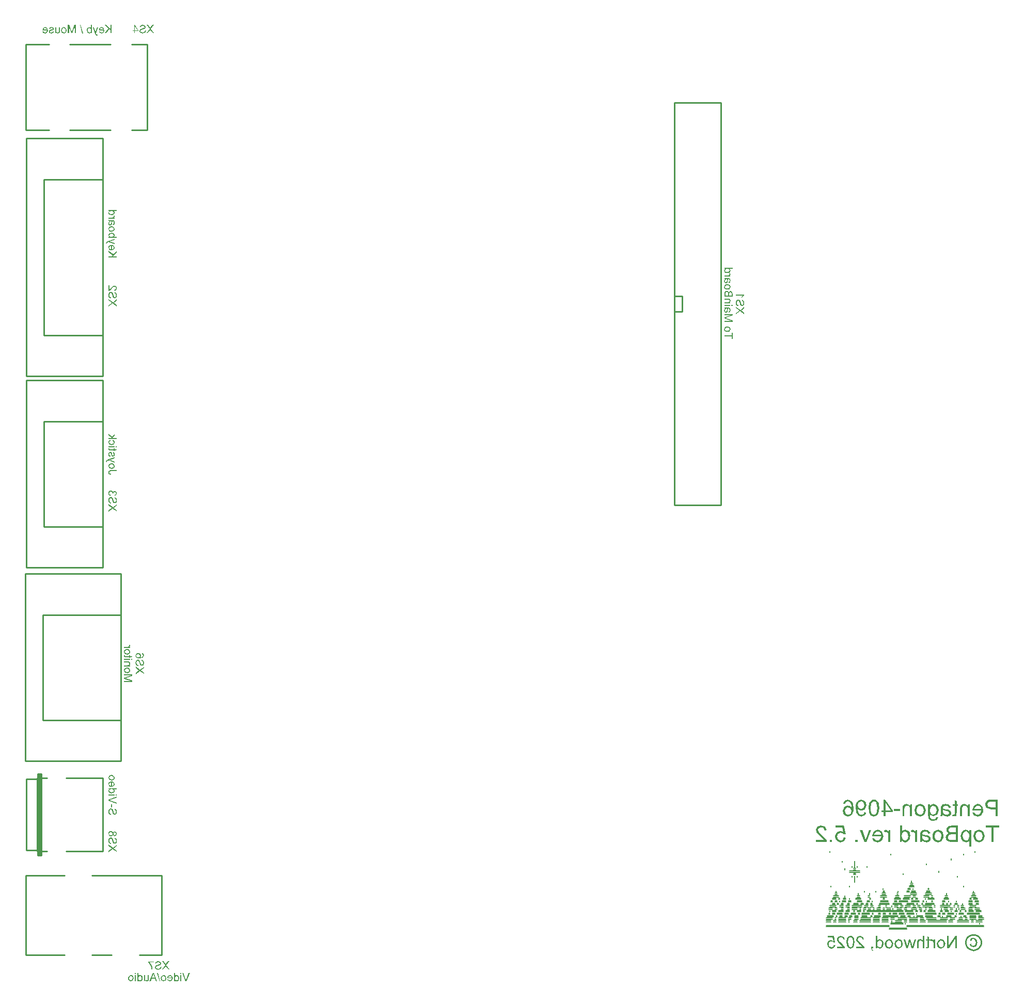
<source format=gbo>
G04*
G04  File:            TOPBOARD-V5.2.3.GBO, Wed Oct 01 00:48:10 2025*
G04  Source:          P-CAD 2006 PCB, Version 19.02.958, (D:\PCAD-2006\Projects\Pentagon-4096\Hardware\TopBoard-v5.2.3.PCB)*
G04  Format:          Gerber Format (RS-274-D), ASCII*
G04*
G04  Format Options:  Absolute Positioning*
G04                   Leading-Zero Suppression*
G04                   Scale Factor 1:1*
G04                   NO Circular Interpolation*
G04                   Inch Units*
G04                   Numeric Format: 4.4 (XXXX.XXXX)*
G04                   G54 NOT Used for Aperture Change*
G04                   Apertures Embedded*
G04*
G04  File Options:    Offset = (0.0mil,0.0mil)*
G04                   Drill Symbol Size = 80.0mil*
G04                   No Pad/Via Holes*
G04*
G04  File Contents:   No Pads*
G04                   No Vias*
G04                   Designators*
G04                   Types*
G04                   Values*
G04                   No Drill Symbols*
G04                   Bot Silk*
G04*
%INTOPBOARD-V5.2.3.GBO*%
%ICAS*%
%MOIN*%
G04*
G04  Aperture MACROs for general use --- invoked via D-code assignment *
G04*
G04  General MACRO for flashed round with rotation and/or offset hole *
%AMROTOFFROUND*
1,1,$1,0.0000,0.0000*
1,0,$2,$3,$4*%
G04*
G04  General MACRO for flashed oval (obround) with rotation and/or offset hole *
%AMROTOFFOVAL*
21,1,$1,$2,0.0000,0.0000,$3*
1,1,$4,$5,$6*
1,1,$4,0-$5,0-$6*
1,0,$7,$8,$9*%
G04*
G04  General MACRO for flashed oval (obround) with rotation and no hole *
%AMROTOVALNOHOLE*
21,1,$1,$2,0.0000,0.0000,$3*
1,1,$4,$5,$6*
1,1,$4,0-$5,0-$6*%
G04*
G04  General MACRO for flashed rectangle with rotation and/or offset hole *
%AMROTOFFRECT*
21,1,$1,$2,0.0000,0.0000,$3*
1,0,$4,$5,$6*%
G04*
G04  General MACRO for flashed rectangle with rotation and no hole *
%AMROTRECTNOHOLE*
21,1,$1,$2,0.0000,0.0000,$3*%
G04*
G04  General MACRO for flashed rounded-rectangle *
%AMROUNDRECT*
21,1,$1,$2-$4,0.0000,0.0000,$3*
21,1,$1-$4,$2,0.0000,0.0000,$3*
1,1,$4,$5,$6*
1,1,$4,$7,$8*
1,1,$4,0-$5,0-$6*
1,1,$4,0-$7,0-$8*
1,0,$9,$10,$11*%
G04*
G04  General MACRO for flashed rounded-rectangle with rotation and no hole *
%AMROUNDRECTNOHOLE*
21,1,$1,$2-$4,0.0000,0.0000,$3*
21,1,$1-$4,$2,0.0000,0.0000,$3*
1,1,$4,$5,$6*
1,1,$4,$7,$8*
1,1,$4,0-$5,0-$6*
1,1,$4,0-$7,0-$8*%
G04*
G04  General MACRO for flashed regular polygon *
%AMREGPOLY*
5,1,$1,0.0000,0.0000,$2,$3+$4*
1,0,$5,$6,$7*%
G04*
G04  General MACRO for flashed regular polygon with no hole *
%AMREGPOLYNOHOLE*
5,1,$1,0.0000,0.0000,$2,$3+$4*%
G04*
G04  General MACRO for target *
%AMTARGET*
6,0,0,$1,$2,$3,4,$4,$5,$6*%
G04*
G04  General MACRO for mounting hole *
%AMMTHOLE*
1,1,$1,0,0*
1,0,$2,0,0*
$1=$1-$2*
$1=$1/2*
21,1,$2+$1,$3,0,0,$4*
21,1,$3,$2+$1,0,0,$4*%
G04*
G04*
G04  D10 : "Ellipse X10.0mil Y10.0mil H0.0mil 0.0deg (0.0mil,0.0mil) Draw"*
G04  Disc: OuterDia=0.0100*
%ADD10C, 0.0100*%
G04  D11 : "Ellipse X15.0mil Y15.0mil H0.0mil 0.0deg (0.0mil,0.0mil) Draw"*
G04  Disc: OuterDia=0.0150*
%ADD11C, 0.0150*%
G04  D12 : "Ellipse X16.0mil Y16.0mil H0.0mil 0.0deg (0.0mil,0.0mil) Draw"*
G04  Disc: OuterDia=0.0160*
%ADD12C, 0.0160*%
G04  D13 : "Ellipse X20.0mil Y20.0mil H0.0mil 0.0deg (0.0mil,0.0mil) Draw"*
G04  Disc: OuterDia=0.0200*
%ADD13C, 0.0200*%
G04  D14 : "Ellipse X25.0mil Y25.0mil H0.0mil 0.0deg (0.0mil,0.0mil) Draw"*
G04  Disc: OuterDia=0.0250*
%ADD14C, 0.0250*%
G04  D15 : "Ellipse X30.0mil Y30.0mil H0.0mil 0.0deg (0.0mil,0.0mil) Draw"*
G04  Disc: OuterDia=0.0300*
%ADD15C, 0.0300*%
G04  D16 : "Ellipse X40.0mil Y40.0mil H0.0mil 0.0deg (0.0mil,0.0mil) Draw"*
G04  Disc: OuterDia=0.0400*
%ADD16C, 0.0400*%
G04  D17 : "Ellipse X5.0mil Y5.0mil H0.0mil 0.0deg (0.0mil,0.0mil) Draw"*
G04  Disc: OuterDia=0.0050*
%ADD17C, 0.0050*%
G04  D18 : "Ellipse X6.0mil Y6.0mil H0.0mil 0.0deg (0.0mil,0.0mil) Draw"*
G04  Disc: OuterDia=0.0060*
%ADD18C, 0.0060*%
G04  D19 : "Ellipse X8.0mil Y8.0mil H0.0mil 0.0deg (0.0mil,0.0mil) Draw"*
G04  Disc: OuterDia=0.0080*
%ADD19C, 0.0080*%
G04  D20 : "Ellipse X9.8mil Y9.8mil H0.0mil 0.0deg (0.0mil,0.0mil) Draw"*
G04  Disc: OuterDia=0.0098*
%ADD20C, 0.0098*%
G04  D21 : "Ellipse X9.8mil Y9.8mil H0.0mil 0.0deg (0.0mil,0.0mil) Draw"*
G04  Disc: OuterDia=0.0098*
%ADD21C, 0.0098*%
G04  D22 : "Ellipse X111.0mil Y111.0mil H0.0mil 0.0deg (0.0mil,0.0mil) Flash"*
G04  Disc: OuterDia=0.1110*
%ADD22C, 0.1110*%
G04  D23 : "Ellipse X128.0mil Y128.0mil H0.0mil 0.0deg (0.0mil,0.0mil) Flash"*
G04  Disc: OuterDia=0.1280*
%ADD23C, 0.1280*%
G04  D24 : "Ellipse X143.0mil Y143.0mil H0.0mil 0.0deg (0.0mil,0.0mil) Flash"*
G04  Disc: OuterDia=0.1430*
%ADD24C, 0.1430*%
G04  D25 : "Ellipse X200.0mil Y200.0mil H0.0mil 0.0deg (0.0mil,0.0mil) Flash"*
G04  Disc: OuterDia=0.2000*
%ADD25C, 0.2000*%
G04  D26 : "Ellipse X215.0mil Y215.0mil H0.0mil 0.0deg (0.0mil,0.0mil) Flash"*
G04  Disc: OuterDia=0.2150*
%ADD26C, 0.2150*%
G04  D27 : "Ellipse X50.0mil Y50.0mil H0.0mil 0.0deg (0.0mil,0.0mil) Flash"*
G04  Disc: OuterDia=0.0500*
%ADD27C, 0.0500*%
G04  D28 : "Ellipse X58.0mil Y58.0mil H0.0mil 0.0deg (0.0mil,0.0mil) Flash"*
G04  Disc: OuterDia=0.0580*
%ADD28C, 0.0580*%
G04  D29 : "Ellipse X60.0mil Y60.0mil H0.0mil 0.0deg (0.0mil,0.0mil) Flash"*
G04  Disc: OuterDia=0.0600*
%ADD29C, 0.0600*%
G04  D30 : "Ellipse X64.0mil Y64.0mil H0.0mil 0.0deg (0.0mil,0.0mil) Flash"*
G04  Disc: OuterDia=0.0640*
%ADD30C, 0.0640*%
G04  D31 : "Ellipse X65.0mil Y65.0mil H0.0mil 0.0deg (0.0mil,0.0mil) Flash"*
G04  Disc: OuterDia=0.0650*
%ADD31C, 0.0650*%
G04  D32 : "Ellipse X69.0mil Y69.0mil H0.0mil 0.0deg (0.0mil,0.0mil) Flash"*
G04  Disc: OuterDia=0.0690*
%ADD32C, 0.0690*%
G04  D33 : "Ellipse X73.0mil Y73.0mil H0.0mil 0.0deg (0.0mil,0.0mil) Flash"*
G04  Disc: OuterDia=0.0730*
%ADD33C, 0.0730*%
G04  D34 : "Ellipse X75.0mil Y75.0mil H0.0mil 0.0deg (0.0mil,0.0mil) Flash"*
G04  Disc: OuterDia=0.0750*
%ADD34C, 0.0750*%
G04  D35 : "Ellipse X79.0mil Y79.0mil H0.0mil 0.0deg (0.0mil,0.0mil) Flash"*
G04  Disc: OuterDia=0.0790*
%ADD35C, 0.0790*%
G04  D36 : "Ellipse X84.0mil Y84.0mil H0.0mil 0.0deg (0.0mil,0.0mil) Flash"*
G04  Disc: OuterDia=0.0840*
%ADD36C, 0.0840*%
G04  D37 : "Ellipse X90.0mil Y90.0mil H0.0mil 0.0deg (0.0mil,0.0mil) Flash"*
G04  Disc: OuterDia=0.0900*
%ADD37C, 0.0900*%
G04  D38 : "Ellipse X96.0mil Y96.0mil H0.0mil 0.0deg (0.0mil,0.0mil) Flash"*
G04  Disc: OuterDia=0.0960*
%ADD38C, 0.0960*%
G04  D39 : "Rectangle X114.0mil Y114.0mil H0.0mil 0.0deg (0.0mil,0.0mil) Flash"*
G04  Square: Side=0.1140, Rotation=0.0, OffsetX=0.0000, OffsetY=0.0000, HoleDia=0.0000*
%ADD39R, 0.1140 X0.1140*%
G04  D40 : "Rectangle X50.0mil Y50.0mil H0.0mil 0.0deg (0.0mil,0.0mil) Flash"*
G04  Square: Side=0.0500, Rotation=0.0, OffsetX=0.0000, OffsetY=0.0000, HoleDia=0.0000*
%ADD40R, 0.0500 X0.0500*%
G04  D41 : "Rectangle X60.0mil Y60.0mil H0.0mil 0.0deg (0.0mil,0.0mil) Flash"*
G04  Square: Side=0.0600, Rotation=0.0, OffsetX=0.0000, OffsetY=0.0000, HoleDia=0.0000*
%ADD41R, 0.0600 X0.0600*%
G04  D42 : "Rectangle X64.0mil Y64.0mil H0.0mil 0.0deg (0.0mil,0.0mil) Flash"*
G04  Square: Side=0.0640, Rotation=0.0, OffsetX=0.0000, OffsetY=0.0000, HoleDia=0.0000*
%ADD42R, 0.0640 X0.0640*%
G04  D43 : "Rectangle X65.0mil Y65.0mil H0.0mil 0.0deg (0.0mil,0.0mil) Flash"*
G04  Square: Side=0.0650, Rotation=0.0, OffsetX=0.0000, OffsetY=0.0000, HoleDia=0.0000*
%ADD43R, 0.0650 X0.0650*%
G04  D44 : "Rectangle X69.0mil Y69.0mil H0.0mil 0.0deg (0.0mil,0.0mil) Flash"*
G04  Square: Side=0.0690, Rotation=0.0, OffsetX=0.0000, OffsetY=0.0000, HoleDia=0.0000*
%ADD44R, 0.0690 X0.0690*%
G04  D45 : "Rectangle X75.0mil Y75.0mil H0.0mil 0.0deg (0.0mil,0.0mil) Flash"*
G04  Square: Side=0.0750, Rotation=0.0, OffsetX=0.0000, OffsetY=0.0000, HoleDia=0.0000*
%ADD45R, 0.0750 X0.0750*%
G04  D46 : "Rectangle X79.0mil Y79.0mil H0.0mil 0.0deg (0.0mil,0.0mil) Flash"*
G04  Square: Side=0.0790, Rotation=0.0, OffsetX=0.0000, OffsetY=0.0000, HoleDia=0.0000*
%ADD46R, 0.0790 X0.0790*%
G04  D47 : "Rectangle X84.0mil Y84.0mil H0.0mil 0.0deg (0.0mil,0.0mil) Flash"*
G04  Square: Side=0.0840, Rotation=0.0, OffsetX=0.0000, OffsetY=0.0000, HoleDia=0.0000*
%ADD47R, 0.0840 X0.0840*%
G04  D48 : "Rectangle X99.0mil Y99.0mil H0.0mil 0.0deg (0.0mil,0.0mil) Flash"*
G04  Square: Side=0.0990, Rotation=0.0, OffsetX=0.0000, OffsetY=0.0000, HoleDia=0.0000*
%ADD48R, 0.0990 X0.0990*%
G04  D49 : "Ellipse X30.0mil Y30.0mil H0.0mil 0.0deg (0.0mil,0.0mil) Flash"*
G04  Disc: OuterDia=0.0300*
%ADD49C, 0.0300*%
G04  D50 : "Ellipse X45.0mil Y45.0mil H0.0mil 0.0deg (0.0mil,0.0mil) Flash"*
G04  Disc: OuterDia=0.0450*
%ADD50C, 0.0450*%
G04*
%FSLAX44Y44*%
%SFA1B1*%
%OFA0.0000B0.0000*%
G04*
G70*
G90*
G01*
D2*
%LNBot Silk*%
D19*
X152440Y161080*
X152280D1*
X152120D2*
X151800D1*
X152440Y161240D2*
X152360D1*
X152440Y161320D2*
X152360D1*
X152200Y161240D2*
X151800D1*
X152200Y161320D2*
X151800D1*
X152440Y161160D2*
X152280D1*
X152120D2*
X151800D1*
X152280Y161480D2*
X151880D1*
X152360Y161560D2*
X152200D1*
X152360Y161640D2*
X152200D1*
X152040Y161560D2*
X151960D1*
X152040Y161640D2*
X151960D1*
X152440Y161720D2*
X152200D1*
X152440Y161800D2*
X152200D1*
X152040Y161720D2*
Y161800D1*
X152200Y161880D2*
X151960D1*
X152520Y161480D2*
X152440D1*
X152520Y161880D2*
X152360D1*
X152280Y161400D2*
X151880D1*
X152520D2*
X152440D1*
X152840Y161480D2*
X152680D1*
X152920Y161880D2*
X152760D1*
X152840Y161400D2*
X152680D1*
X152920Y161720D2*
X152600D1*
X152920Y161800D2*
X152600D1*
X152840Y161560D2*
X152520D1*
X152840Y161640D2*
X152520D1*
X152440Y162040D2*
X152040D1*
X152440Y162120D2*
X152040D1*
X152360Y162200D2*
X152200D1*
X152360Y162280D2*
X152200D1*
Y162360D2*
X152120D1*
X152200Y162440D2*
X152120D1*
X152440Y162520D2*
X152200D1*
X152520Y162360D2*
X152360D1*
X152520Y162440D2*
X152360D1*
X152440Y163000D2*
Y163080D1*
X152120Y163320D2*
Y163400D1*
X152520Y162840D2*
X152360D1*
X152520Y162920D2*
X152360D1*
X152920Y162040D2*
X152680D1*
X152920Y162120D2*
X152680D1*
X152920Y162200D2*
X152760D1*
X152920Y162280D2*
X152760D1*
X152680Y162360D2*
Y162440D1*
X152440Y162600D2*
X152200D1*
X152680Y162520D2*
X152600D1*
Y162200D2*
X152520D1*
X152600Y162280D2*
X152520D1*
X152600Y162680D2*
X152280D1*
X152600Y162760D2*
X152280D1*
X152680Y162600D2*
X152600D1*
X152040Y165560D2*
Y165640D1*
X153320Y161080D2*
X153240D1*
X153320Y161160D2*
X153240D1*
X153320Y161720D2*
X153080D1*
X153320Y161800D2*
X153080D1*
X153320Y161880D2*
X153160D1*
X155240Y161080D2*
X154840D1*
X155240Y161240D2*
X154840D1*
X155240Y161320D2*
X154840D1*
X155240Y161160D2*
X154840D1*
X155320Y161480D2*
X154920D1*
X154760D2*
X154680D1*
X155320Y161560D2*
X155160D1*
X155320Y161640D2*
X155160D1*
X154840Y161560D2*
X154760D1*
X154840Y161640D2*
X154760D1*
X155320Y161880D2*
X155080D1*
X154920D2*
X154840D1*
X154680D2*
X154520D1*
X154440Y161480D2*
X154120D1*
X154600Y161560D2*
X154120D1*
X154600Y161640D2*
X154120D1*
X154280Y161720D2*
X154200D1*
X154280Y161800D2*
X154200D1*
X154360Y161880D2*
X154200D1*
X153800Y161080D2*
X153560D1*
X153880Y161240D2*
X153640D1*
X153880Y161320D2*
X153640D1*
X153800Y161160D2*
X153560D1*
X153880Y161480D2*
X153640D1*
X153960Y161560D2*
X153880D1*
X153960Y161640D2*
X153880D1*
X153640Y161720D2*
X153560D1*
X153640Y161800D2*
X153560D1*
X153800Y161880D2*
X153480D1*
X155320Y161400D2*
X154920D1*
X154760D2*
X154680D1*
X154440D2*
X154120D1*
X153880D2*
X153640D1*
X154680Y161080D2*
X153960D1*
X154680Y161240D2*
X154040D1*
X154680Y161320D2*
X154040D1*
X154680Y161160D2*
X153960D1*
X154040Y161720D2*
X153800D1*
X154040Y161800D2*
X153800D1*
X154040Y161880D2*
X153960D1*
X153400Y161240D2*
X153240D1*
X153400Y161320D2*
X153240D1*
X153480Y161480D2*
X153320D1*
X153720Y161560D2*
X153400D1*
X153720Y161640D2*
X153400D1*
X153480Y161400D2*
X153320D1*
X155800Y161080D2*
X155400D1*
X155800Y161240D2*
X155400D1*
X155800Y161320D2*
X155400D1*
X155800Y161160D2*
X155400D1*
X155640Y161560D2*
X155480D1*
X155640Y161640D2*
X155480D1*
X155560Y161880D2*
X155480D1*
X153320Y162040D2*
X153080D1*
X153320Y162120D2*
X153080D1*
X153320Y162200D2*
X153160D1*
X153320Y162280D2*
X153160D1*
X155320Y162040D2*
X155160D1*
X155320Y162120D2*
X155160D1*
X154840Y162040D2*
X154680D1*
X154840Y162120D2*
X154680D1*
X154760Y162200D2*
X154680D1*
X154760Y162280D2*
X154680D1*
X154520Y162200D2*
X154360D1*
X154520Y162280D2*
X154360D1*
X154760Y162360D2*
Y162440D1*
X154600Y162360D2*
X154440D1*
X154600Y162440D2*
X154440D1*
X154680Y162520D2*
X154600D1*
X154520Y162040D2*
X154280D1*
X154520Y162120D2*
X154280D1*
X153880Y162200D2*
X153560D1*
X153880Y162280D2*
X153560D1*
X154120Y162040D2*
X153480D1*
X154120Y162120D2*
X153480D1*
X154200Y162200D2*
X154040D1*
X154200Y162280D2*
X154040D1*
X154120Y162360D2*
X153800D1*
X154120Y162440D2*
X153800D1*
X154040Y162520D2*
X153720D1*
X153400Y162360D2*
X153240D1*
X153400Y162440D2*
X153240D1*
X153320Y163320D2*
Y163400D1*
X154600Y162680D2*
X154520D1*
X154600Y162760D2*
X154520D1*
X154600Y162840D2*
Y162920D1*
X155000Y163000D2*
Y163080D1*
X155480Y163160D2*
Y163240D1*
X154280Y163000D2*
Y163080D1*
X154440Y164600D2*
Y164680D1*
X153960Y162680D2*
X153800D1*
X153960Y162760D2*
X153800D1*
X153880Y162840D2*
Y162920D1*
X153640Y163640D2*
Y164040D1*
X153800Y163960D2*
Y164040D1*
X153480Y163960D2*
Y164040D1*
X153720Y164120D2*
X153560D1*
X153720Y164200D2*
X153560D1*
X153720Y164440D2*
X153560D1*
X153720Y164520D2*
X153560D1*
X153800Y164600D2*
Y164680D1*
X153480Y164600D2*
Y164680D1*
X153960Y164280D2*
X153320D1*
X153960Y164360D2*
X153320D1*
X155720Y162040D2*
X155640D1*
X155720Y162120D2*
X155640D1*
X153320Y162520D2*
Y162600D1*
X154680D2*
X154600D1*
X154040D2*
X153720D1*
X155880Y162200D2*
X155240D1*
X155880Y162280D2*
X155240D1*
X155800Y162360D2*
X155320D1*
X155800Y162440D2*
X155320D1*
X155560Y162520D2*
X155480D1*
X155720Y162680D2*
X155320D1*
X155720Y162760D2*
X155320D1*
X155640Y162840D2*
X155400D1*
X155640Y162920D2*
X155400D1*
X155560Y163000D2*
X155480D1*
X155560Y163080D2*
X155480D1*
X155560Y162600D2*
X155480D1*
X156040Y161160D2*
Y161080D1*
X158200D2*
X157880D1*
X158120Y161240D2*
X157880D1*
X158120Y161320D2*
X157880D1*
X158200Y161160D2*
X157880D1*
X157720Y161080D2*
X157160D1*
X157720Y161240D2*
X157160D1*
X157720Y161320D2*
X157160D1*
X157720Y161160D2*
X157160D1*
X158040Y161480D2*
X157640D1*
Y161560D2*
Y161640D1*
X158200Y161720D2*
X158120D1*
X158200Y161800D2*
X158120D1*
X157960Y161720D2*
X157880D1*
X157960Y161800D2*
X157880D1*
X157720Y161720D2*
X157560D1*
X157720Y161800D2*
X157560D1*
X158280Y161880D2*
X158200D1*
X157960D2*
X157800D1*
X157640D2*
X157320D1*
X156920Y161000D2*
Y160920D1*
X157000Y161080D2*
X156840D1*
X157000Y161240D2*
X156440D1*
X157000Y161320D2*
X156440D1*
X157000Y161160D2*
X156840D1*
X156920Y161480D2*
X156600D1*
X156840Y161560D2*
X156520D1*
X156840Y161640D2*
X156520D1*
X157000Y161880D2*
X156840D1*
X158040Y161400D2*
X157640D1*
X157480D2*
Y161480D1*
X156920Y161400D2*
X156600D1*
X157240Y161480D2*
X157080D1*
X157480Y161560D2*
X157000D1*
X157480Y161640D2*
X157000D1*
X157400Y161720D2*
X156920D1*
X157400Y161800D2*
X156920D1*
X157240Y161400D2*
X157080D1*
X156680Y161080D2*
X156280D1*
X156680Y161160D2*
X156280D1*
X156360Y161560D2*
X156120D1*
X156360Y161640D2*
X156120D1*
X156680Y161880D2*
X156360D1*
X158920Y161240D2*
X158280D1*
X158920Y161320D2*
X158280D1*
X158680Y161480D2*
X158200D1*
X158920Y161560D2*
X158200D1*
X158920Y161640D2*
X158200D1*
X158840Y161720D2*
X158360D1*
X158840Y161800D2*
X158360D1*
X158680Y161880D2*
X158440D1*
X158680Y161400D2*
X158200D1*
X156040Y162040D2*
Y162120D1*
X157880Y162040D2*
X157720D1*
X157880Y162120D2*
X157720D1*
X157560Y162040D2*
X157400D1*
X157560Y162120D2*
X157400D1*
X158040Y162200D2*
X157960D1*
X158040Y162280D2*
X157960D1*
X157720Y162200D2*
X157640D1*
X157720Y162280D2*
X157640D1*
X158280Y162360D2*
Y162440D1*
X158120Y162360D2*
X158040D1*
X158120Y162440D2*
X158040D1*
X157800Y162360D2*
X157320D1*
X157800Y162440D2*
X157320D1*
X157720Y162520D2*
X157560D1*
X157400D2*
X157320D1*
X156760Y162040D2*
X156600D1*
X156760Y162120D2*
X156600D1*
X157080Y162360D2*
X156520D1*
X157080Y162440D2*
X156520D1*
X157160Y162520D2*
X156760D1*
X157240Y162040D2*
X156920D1*
X157240Y162120D2*
X156920D1*
X157480Y162200D2*
X157000D1*
X157480Y162280D2*
X157000D1*
X156440Y162040D2*
X156200D1*
X156440Y162120D2*
X156200D1*
X156680Y162200D2*
X156120D1*
X156680Y162280D2*
X156120D1*
X156360Y162360D2*
X156200D1*
X156360Y162440D2*
X156200D1*
X156600Y162520D2*
X156200D1*
X158440Y162680D2*
X158120D1*
X158440Y162760D2*
X158120D1*
X157560Y162680D2*
X157400D1*
X157560Y162760D2*
X157400D1*
X157560Y163000D2*
X157320D1*
X157560Y163080D2*
X157320D1*
X158440Y163160D2*
X158360D1*
X158440Y163240D2*
X158360D1*
X157400Y163160D2*
Y163240D1*
X157320Y163640D2*
Y163720D1*
X158520Y163000D2*
X158280D1*
X158520Y163080D2*
X158280D1*
X157640Y162840D2*
X157240D1*
X157640Y162920D2*
X157240D1*
X157480Y163320D2*
X157160D1*
X157480Y163400D2*
X157160D1*
X157400Y163480D2*
X157240D1*
X157400Y163560D2*
X157240D1*
X158280Y164760D2*
Y164840D1*
X156440Y163000D2*
Y163080D1*
X156760Y164120D2*
Y164200D1*
X157160Y163000D2*
X157000D1*
X157160Y163080D2*
X157000D1*
X157240Y162680D2*
X156840D1*
X157240Y162760D2*
X156840D1*
X157240Y163160D2*
X157080D1*
X157240Y163240D2*
X157080D1*
X156520Y162680D2*
X156280D1*
X156520Y162760D2*
X156280D1*
X156440Y162840D2*
X156360D1*
X156440Y162920D2*
X156360D1*
X158840Y162040D2*
X158760D1*
X158840Y162120D2*
X158760D1*
X158200Y162520D2*
Y162600D1*
X157720D2*
X157560D1*
X157400D2*
X157320D1*
X157160D2*
X156760D1*
X156600D2*
X156200D1*
X158680Y162360D2*
X158600D1*
X158680Y162440D2*
X158600D1*
Y162040D2*
X158040D1*
X158600Y162120D2*
X158040D1*
X158760Y162200D2*
X158200D1*
X158760Y162280D2*
X158200D1*
X158760Y162520D2*
X158360D1*
X158680Y162680D2*
X158600D1*
X158680Y162760D2*
X158600D1*
Y162840D2*
X158200D1*
X158600Y162920D2*
X158200D1*
X158760Y162600D2*
X158360D1*
X159160Y161560D2*
X159080D1*
X159160Y161640D2*
X159080D1*
X159320Y161720D2*
X159160D1*
X159320Y161800D2*
X159160D1*
X159320Y161400D2*
Y161480D1*
X161320Y161080D2*
X161160D1*
X160920Y161240D2*
X160760D1*
X160920Y161320D2*
X160760D1*
X160600Y161240D2*
X160360D1*
X160600Y161320D2*
X160360D1*
X161480Y161240D2*
X161080D1*
X161480Y161320D2*
X161080D1*
X161320Y161160D2*
X161160D1*
X161000Y161080D2*
X160280D1*
X161000Y161160D2*
X160280D1*
X160840Y161480D2*
X160680D1*
Y161560D2*
X160360D1*
X160680Y161640D2*
X160360D1*
X161320Y161720D2*
X161000D1*
X161320Y161800D2*
X161000D1*
X160840Y161720D2*
X160760D1*
X160840Y161800D2*
X160760D1*
X160520Y161720D2*
X160440D1*
X160520Y161800D2*
X160440D1*
X161240Y161880D2*
X161000D1*
X160760D2*
X160520D1*
X161480Y161480D2*
X161080D1*
X160200D2*
X160120D1*
X160200Y161640D2*
Y161560D1*
X160280Y161720D2*
X160120D1*
X160280Y161800D2*
X160120D1*
X159960Y161080D2*
X159720D1*
X159960Y161160D2*
X159720D1*
X159880Y161480D2*
X159560D1*
X159880Y161720D2*
Y161800D1*
X159720Y161720D2*
X159480D1*
X159720Y161800D2*
X159480D1*
X159960Y161880D2*
X159800D1*
X160840Y161400D2*
X160680D1*
X160520Y161480D2*
Y161400D1*
X161480D2*
X161080D1*
X160200D2*
X160120D1*
X159880D2*
X159560D1*
X160120Y161240D2*
X159800D1*
X160120Y161320D2*
X159800D1*
X160040Y161560D2*
X159640D1*
X160040Y161640D2*
X159640D1*
Y161240D2*
X159160D1*
X159640Y161320D2*
X159160D1*
X159480Y161560D2*
X159320D1*
X159480Y161640D2*
X159320D1*
X159640Y161880D2*
X159400D1*
X161720Y161000D2*
Y160920D1*
X161880Y161480D2*
X161640D1*
X161880Y161400D2*
X161640D1*
X161880Y161080D2*
X161480D1*
X161880Y161160D2*
X161480D1*
X161720Y161560D2*
X160920D1*
X161720Y161640D2*
X160920D1*
X161800Y161720D2*
X161480D1*
X161800Y161800D2*
X161480D1*
X161720Y161880D2*
X161400D1*
D2*
D10*
X161306Y159250*
X161403Y159259D1*
X161497Y159288*
X161583Y159334*
X161659Y159396*
X161721Y159472*
X161768Y159558*
X161796Y159652*
X161806Y159750*
X161796Y159847*
X161768Y159941*
X161721Y160027*
X161659Y160103*
X161583Y160165*
X161497Y160212*
X161403Y160240*
X161306Y160250*
X161208Y160240*
X161114Y160212*
X161028Y160165*
X160952Y160103*
X160890Y160027*
X160844Y159941*
X160815Y159847*
X160806Y159750*
X160815Y159652*
X160844Y159558*
X160890Y159472*
X160952Y159396*
X161028Y159334*
X161114Y159288*
X161208Y159259*
X161306Y159250*
D2*
D19*
X160680Y162040*
X160520D1*
X160680Y162120D2*
X160520D1*
X161240Y162200D2*
X161000D1*
X161240Y162280D2*
X161000D1*
X160600Y162200D2*
Y162280D1*
X161240Y162360D2*
X161000D1*
X161240Y162440D2*
X161000D1*
X161160Y162520D2*
X161080D1*
X161480Y162040D2*
X161080D1*
X161480Y162120D2*
X161080D1*
X160200Y162360D2*
Y162440D1*
X160360Y162040D2*
X160280D1*
X160360Y162120D2*
X160280D1*
Y162200D2*
X160120D1*
X160280Y162280D2*
X160120D1*
X159880Y162200D2*
X159800D1*
X159880Y162280D2*
X159800D1*
X159640Y162200D2*
X159560D1*
X159640Y162280D2*
X159560D1*
X159720Y162360D2*
Y162440D1*
X160120Y162040D2*
X160040D1*
X160120Y162120D2*
X160040D1*
X159800Y162040D2*
X159160D1*
X159800Y162120D2*
X159160D1*
X159400Y162200D2*
X159320D1*
X159400Y162280D2*
X159320D1*
X159480Y162360D2*
X159320D1*
X159480Y162440D2*
X159320D1*
X159720Y162520D2*
X159400D1*
X159080Y164280D2*
Y164360D1*
X161400Y162840D2*
X161240D1*
X161400Y162920D2*
X161240D1*
X161320Y163000D2*
Y163080D1*
X160680Y163320D2*
Y163400D1*
X161480Y162680D2*
X161160D1*
X161480Y162760D2*
X161160D1*
X160280Y163960D2*
Y164040D1*
X159640Y162680D2*
X159480D1*
X159640Y162760D2*
X159480D1*
X159560Y162840D2*
Y162920D1*
X161160Y162600D2*
X161080D1*
X159720D2*
X159400D1*
X161640Y162200D2*
X161480D1*
X161640Y162280D2*
X161480D1*
X161640Y162360D2*
X161400D1*
X161640Y162440D2*
X161400D1*
X161560Y162520D2*
X161320D1*
X161560Y162600D2*
X161320D1*
X160680Y165400D2*
Y165480D1*
X159880Y165080D2*
Y165160D1*
X161400Y165560D2*
Y165640D1*
X152200Y161960D2*
X151960D1*
X152520D2*
X152360D1*
X152920D2*
X152760D1*
X152840Y164920D2*
Y165000D1*
X153320Y161960D2*
X153160D1*
X155320D2*
X155080D1*
X154920D2*
X154840D1*
X154680D2*
X154520D1*
X154360D2*
X154200D1*
X153800D2*
X153480D1*
X154040D2*
X153960D1*
X153640Y164600D2*
Y165000D1*
X155560Y161960D2*
X155480D1*
X156120Y161880D2*
Y161960D1*
X158280D2*
X158200D1*
X157960D2*
X157800D1*
X157640D2*
X157320D1*
X157000D2*
X156840D1*
X156680D2*
X156360D1*
X158680D2*
X158440D1*
X159240Y161880D2*
Y161960D1*
X161240D2*
X161000D1*
X160760D2*
X160520D1*
X160360Y161880D2*
Y161960D1*
X160200Y161880D2*
Y161960D1*
X159960D2*
X159800D1*
X159640D2*
X159400D1*
X161720D2*
X161400D1*
X153160Y161480D2*
X153000D1*
X153240Y161560D2*
X153000D1*
X153240Y161640D2*
X153000D1*
X153160Y161400D2*
X153000D1*
X156200Y161240D2*
X155960D1*
X156200Y161320D2*
X155960D1*
Y161560D2*
X155880D1*
X155960Y161640D2*
X155880D1*
X155960Y161880D2*
X155720D1*
X157000Y160600D2*
X155880D1*
X157000Y160680D2*
X155880D1*
X156760Y160920D2*
X155960D1*
X156760Y161000D2*
X155960D1*
X153080Y161080D2*
X152600D1*
X153080Y161240D2*
X152600D1*
X153080Y161320D2*
X152600D1*
X153080Y161160D2*
X152600D1*
X156440Y161480D2*
X155480D1*
X156760Y161720D2*
X154440D1*
X156760Y161800D2*
X154440D1*
X156440Y161400D2*
X155480D1*
X155880Y160760D2*
X151800D1*
X155880Y160840D2*
X151800D1*
X153080Y162360D2*
X152840D1*
X153080Y162440D2*
X152840D1*
X153080Y162520D2*
X152920D1*
X153000Y162680D2*
Y162760D1*
Y164440D2*
Y164520D1*
X153080Y162600D2*
X152920D1*
X155960Y165400D2*
Y165480D1*
X159160Y161480D2*
X159000D1*
X159160Y161400D2*
X159000D1*
X161960Y161240D2*
X161640D1*
X161960Y161320D2*
X161640D1*
X159560Y161080D2*
X158360D1*
X159560Y161160D2*
X158360D1*
X155960Y161960D2*
X155720D1*
X161960Y160760D2*
X157000D1*
X161960Y160840D2*
X157000D1*
D2*
D10*
X100187Y165687*
X100875D1*
X101500Y165625D2*
X100875D1*
Y170312D2*
X100187D1*
X101500Y170375D2*
X100875D1*
X105125D2*
Y165625D1*
X100875D2*
Y170375D1*
X100187Y170312D2*
Y165687D1*
X100975Y165412D2*
X101087D1*
X100975Y165462D2*
X101087D1*
X100975Y165512D2*
X101087D1*
X100975Y165561D2*
X101087D1*
X100975Y165611D2*
X101087D1*
X100975Y165661D2*
X101087D1*
X100975Y165711D2*
X101087D1*
X100975Y165760D2*
X101087D1*
X100975Y165810D2*
X101087D1*
X100975Y165860D2*
X101087D1*
X100975Y165910D2*
X101087D1*
X100975Y165959D2*
X101087D1*
X100975Y166009D2*
X101087D1*
X100975Y166059D2*
X101087D1*
X100975Y166109D2*
X101087D1*
X100975Y166158D2*
X101087D1*
X100975Y166208D2*
X101087D1*
X100975Y166258D2*
X101087D1*
X100975Y166308D2*
X101087D1*
X100975Y166357D2*
X101087D1*
X100975Y166407D2*
X101087D1*
X100975Y166457D2*
X101087D1*
X100975Y166507D2*
X101087D1*
X100975Y166556D2*
X101087D1*
X100975Y166606D2*
X101087D1*
X100975Y166656D2*
X101087D1*
X100975Y166706D2*
X101087D1*
X100975Y166755D2*
X101087D1*
X100975Y166805D2*
X101087D1*
X100975Y166855D2*
X101087D1*
X100975Y166905D2*
X101087D1*
X100975Y166954D2*
X101087D1*
X100975Y167004D2*
X101087D1*
X100975Y167054D2*
X101087D1*
X100975Y167104D2*
X101087D1*
X100975Y167153D2*
X101087D1*
X100975Y167203D2*
X101087D1*
X100975Y167253D2*
X101087D1*
X100975Y167303D2*
X101087D1*
X100975Y167352D2*
X101087D1*
X100975Y167402D2*
X101087D1*
X100975Y167452D2*
X101087D1*
X100975Y167502D2*
X101087D1*
X100975Y167551D2*
X101087D1*
X100975Y167601D2*
X101087D1*
X100975Y167651D2*
X101087D1*
X100975Y167701D2*
X101087D1*
X100975Y167750D2*
X101087D1*
X100975Y167800D2*
X101087D1*
X100975Y167850D2*
X101087D1*
X100975Y167900D2*
X101087D1*
X100975Y167949D2*
X101087D1*
X100975Y167999D2*
X101087D1*
X100975Y168049D2*
X101087D1*
X100975Y168099D2*
X101087D1*
X100975Y168148D2*
X101087D1*
X100975Y168198D2*
X101087D1*
X100975Y168248D2*
X101087D1*
X100975Y168298D2*
X101087D1*
X100975Y168347D2*
X101087D1*
X100975Y168397D2*
X101087D1*
X100975Y168447D2*
X101087D1*
X100975Y168497D2*
X101087D1*
X100975Y168546D2*
X101087D1*
X100975Y168596D2*
X101087D1*
X100975Y168646D2*
X101087D1*
X100975Y168696D2*
X101087D1*
X100975Y168745D2*
X101087D1*
X100975Y168795D2*
X101087D1*
X100975Y168845D2*
X101087D1*
X100975Y168895D2*
X101087D1*
X100975Y168944D2*
X101087D1*
X100975Y168994D2*
X101087D1*
X100975Y169044D2*
X101087D1*
X100975Y169094D2*
X101087D1*
X100975Y169143D2*
X101087D1*
X100975Y169193D2*
X101087D1*
X100975Y169243D2*
X101087D1*
X100975Y169293D2*
X101087D1*
X100975Y169342D2*
X101087D1*
X100975Y169392D2*
X101087D1*
X100975Y169442D2*
X101087D1*
X100975Y169492D2*
X101087D1*
X100975Y169541D2*
X101087D1*
X100975Y169591D2*
X101087D1*
X100975Y169641D2*
X101087D1*
X100975Y169691D2*
X101087D1*
X100975Y169740D2*
X101087D1*
X100975Y169790D2*
X101087D1*
X100975Y169840D2*
X101087D1*
X100975Y169890D2*
X101087D1*
X100975Y169939D2*
X101087D1*
X100975Y169989D2*
X101087D1*
X100975Y170039D2*
X101087D1*
X100975Y170089D2*
X101087D1*
X100975Y170138D2*
X101087D1*
X100975Y170188D2*
X101087D1*
X100975Y170238D2*
X101087D1*
X100975Y170288D2*
X101087D1*
X100975Y170337D2*
X101087D1*
X100975Y170387D2*
X101087D1*
X100975Y170437D2*
X101087D1*
X100975Y170487D2*
X101087D1*
X100975Y170536D2*
X101087D1*
X100975Y170586D2*
X101087D1*
X101137Y170637D2*
X100925D1*
Y165362*
X101137*
Y170637*
X105125Y165625D2*
X102750D1*
Y170375D2*
X105125D1*
X100192Y196062D2*
X105113D1*
X101324Y193404D2*
X105113D1*
X101324Y186613D2*
X105113D1*
Y183955D2*
X100192D1*
X101324Y186613D2*
Y193404D1*
X105113Y183955D2*
Y196062D1*
X100192Y183955D2*
Y196062D1*
X101232Y180904D2*
X106280D1*
X101232Y174113D2*
X106280D1*
X100100Y183562D2*
X106280D1*
Y171455D2*
X100100D1*
X101232Y174113D2*
Y180904D1*
X106280Y171455D2*
Y183562D1*
X100100Y171455D2*
Y183562D1*
X106964Y217755D2*
X107988D1*
X106964Y212244D2*
X107988D1*
X102988Y217755D2*
X105625D1*
X100153D2*
X101649D1*
X102988Y212244D2*
X105625D1*
X100153D2*
X101649D1*
X107988Y217755D2*
Y212244D1*
X100153Y217755D2*
Y212244D1*
X100190Y211697D2*
X105112D1*
X101322Y209039D2*
X105112D1*
X101322Y198978D2*
X105112D1*
Y196321D2*
X100190D1*
X105112D2*
Y211697D1*
X101322Y198978D2*
Y209039D1*
X100190Y196321D2*
Y211697D1*
X142500Y200500D2*
X142000D1*
X142500D2*
Y201500D1*
X142000D2*
X142500D1*
X142000Y188000D2*
Y214000D1*
X145000D2*
Y188000D1*
X142000*
Y214000D2*
X145000D1*
X107460Y158940D2*
X108897D1*
X104409D2*
X105688D1*
X100157Y164059D2*
X102637D1*
X104409D2*
X108897D1*
X100157Y158940D2*
X102637D1*
X108897Y164059D2*
Y158940D1*
X100157Y164059D2*
Y158940D1*
%LNBot Silk_POS_GLYPHS*%
%LPD*%
X100157Y158940D2*
G36*
X161175Y159618*
X161209Y159554D1*
X161243Y159536*
X161306Y159519*
X161353Y159532*
X161422Y159571*
X161444Y159627*
X161467Y159741*
X161455Y159812*
X161421Y159910*
X161379Y159937*
X161300Y159964*
X161266Y159956*
X161215Y159934*
X161194Y159904*
X161166Y159846*
X161071Y159859*
X161095Y159915*
X161149Y159996*
X161203Y160020*
X161304Y160044*
X161357Y160036*
X161442Y160009*
X161481Y159973*
X161536Y159902*
X161552Y159844*
X161567Y159738*
X161549Y159646*
X161495Y159516*
X161430Y159477*
X161304Y159438*
X161240Y159452*
X161144Y159494*
X161107Y159547*
X161063Y159651*
X161159Y159664*
X161175Y159618*
G37*
G36*
X160151Y159363D2*
Y159991D1*
X159730Y159363*
X159620*
Y160163*
X159722*
Y159534*
X160145Y160163*
X160253*
Y159363*
X160151*
G37*
G36*
X159474Y159560D2*
X159418Y159428D1*
X159350Y159389*
X159221Y159350*
X159167Y159359*
X159081Y159385*
X159040Y159419*
X158983Y159484*
X158966Y159544*
X158949Y159660*
X158968Y159749*
X159026Y159877*
X159093Y159917*
X159221Y159956*
X159294Y159940*
X159403Y159892*
X159448Y159813*
X159493Y159653*
X159474Y159560*
G37*
G36*
X158737Y159363D2*
Y159666D1*
X158733Y159710*
X158721Y159781*
X158709Y159803*
X158685Y159835*
X158664Y159845*
X158627Y159854*
X158601Y159849*
X158556Y159833*
X158520Y159923*
X158558Y159940*
X158622Y159956*
X158646Y159951*
X158685Y159936*
X158708Y159911*
X158747Y159854*
Y159943*
X158834*
Y159363*
X158737*
G37*
G36*
X158265Y159449D2*
X158291Y159448D1*
X158306Y159449*
X158326Y159454*
X158333Y159460*
X158342Y159473*
X158345Y159489*
X158347Y159527*
Y159867*
X158247*
Y159943*
X158347*
Y160145*
X158445Y160086*
Y159943*
X158518*
Y159867*
X158445*
Y159532*
X158442Y159482*
X158433Y159417*
X158420Y159399*
X158393Y159372*
X158364Y159364*
X158308Y159356*
X158281Y159358*
X158234Y159364*
X158247Y159451*
X158265Y159449*
G37*
G36*
X158054Y159363D2*
Y159679D1*
X158050Y159723*
X158038Y159787*
X158021Y159812*
X157984Y159849*
X157953Y159860*
X157902Y159872*
X157864Y159863*
X157811Y159838*
X157794Y159802*
X157778Y159729*
Y159363*
X157680*
Y159729*
X157686Y159784*
X157701Y159860*
X157724Y159889*
X157770Y159930*
X157809Y159943*
X157882Y159956*
X157951Y159936*
X158054Y159876*
Y160163*
X158152*
Y159363*
X158054*
G37*
G36*
X157323D2*
X157205Y159808D1*
X157180Y159709*
X157090Y159363*
X156989*
X156805Y159943*
X156900*
X157002Y159607*
X157035Y159495*
X157064Y159606*
X157152Y159943*
X157251*
X157344Y159603*
X157358Y159545*
X157373Y159484*
X157407Y159607*
X157499Y159943*
X157601*
X157426Y159363*
X157323*
G37*
G36*
X156739Y159560D2*
X156683Y159428D1*
X156615Y159389*
X156486Y159350*
X156432Y159359*
X156346Y159385*
X156306Y159419*
X156248Y159484*
X156232Y159544*
X156215Y159660*
X156234Y159749*
X156291Y159877*
X156359Y159917*
X156486Y159956*
X156559Y159940*
X156669Y159892*
X156713Y159813*
X156758Y159653*
X156739Y159560*
G37*
G36*
X156117D2*
X156061Y159428D1*
X155993Y159389*
X155864Y159350*
X155810Y159359*
X155724Y159385*
X155684Y159419*
X155626Y159484*
X155609Y159544*
X155592Y159660*
X155612Y159749*
X155669Y159877*
X155737Y159917*
X155864Y159956*
X155937Y159940*
X156047Y159892*
X156091Y159813*
X156136Y159653*
X156117Y159560*
G37*
G36*
X155011Y159363D2*
Y160163D1*
X155108*
Y159876*
X155131Y159899*
X155175Y159934*
X155209Y159945*
X155269Y159956*
X155319Y159947*
X155398Y159918*
X155434Y159882*
X155485Y159810*
X155499Y159753*
X155513Y159652*
X155506Y159590*
X155482Y159494*
X155451Y159451*
X155392Y159388*
X155346Y159369*
X155265Y159350*
X155197Y159371*
X155101Y159435*
Y159363*
X155011*
G37*
G36*
X154775D2*
X154779Y159332D1*
X154791Y159287*
X154806Y159271*
X154837Y159246*
X154811Y159205*
X154781Y159225*
X154740Y159264*
X154729Y159299*
X154717Y159363*
Y159475*
X154829*
Y159363*
X154775*
G37*
G36*
X154138Y159458D2*
X154124Y159477D1*
X154097Y159510*
X154062Y159542*
X153983Y159610*
X153919Y159668*
X153831Y159752*
X153804Y159789*
X153766Y159849*
X153756Y159884*
X153746Y159943*
X153763Y160007*
X153813Y160102*
X153876Y160134*
X153996Y160166*
X154070Y160151*
X154178Y160107*
X154215Y160049*
X154256Y159935*
X154155Y159925*
X154145Y159973*
X154113Y160042*
X154074Y160063*
X153999Y160084*
X153954Y160074*
X153889Y160044*
X153868Y160009*
X153847Y159945*
X153858Y159902*
X153893Y159828*
X153949Y159770*
X154071Y159657*
X154124Y159611*
X154199Y159537*
X154226Y159498*
X154263Y159430*
X154269Y159405*
X154275Y159363*
X153745*
Y159458*
X154138*
G37*
G36*
X153620Y159619D2*
X153561Y159432D1*
X153498Y159391*
X153378Y159350*
X153320Y159362*
X153233Y159397*
X153197Y159442*
X153146Y159530*
X153131Y159608*
X153117Y159757*
X153121Y159834*
X153135Y159946*
X153152Y159994*
X153185Y160065*
X153213Y160096*
X153265Y160140*
X153306Y160153*
X153378Y160166*
X153436Y160154*
X153524Y160119*
X153560Y160074*
X153611Y159986*
X153625Y159907*
X153640Y159757*
X153620Y159619*
G37*
G36*
X152894Y159458D2*
X152880Y159477D1*
X152853Y159510*
X152818Y159542*
X152739Y159610*
X152674Y159668*
X152587Y159752*
X152559Y159789*
X152522Y159849*
X152512Y159884*
X152501Y159943*
X152518Y160007*
X152569Y160102*
X152632Y160134*
X152752Y160166*
X152826Y160151*
X152934Y160107*
X152970Y160049*
X153012Y159935*
X152911Y159925*
X152900Y159973*
X152869Y160042*
X152829Y160063*
X152754Y160084*
X152710Y160074*
X152644Y160044*
X152623Y160009*
X152602Y159945*
X152614Y159902*
X152649Y159828*
X152705Y159770*
X152826Y159657*
X152879Y159611*
X152954Y159537*
X152981Y159498*
X153019Y159430*
X153025Y159405*
X153030Y159363*
X152500*
Y159458*
X152894*
G37*
G36*
X152373Y159507D2*
X152317Y159410D1*
X152255Y159380*
X152138Y159350*
X152052Y159374*
X151928Y159446*
X151896Y159513*
X151863Y159634*
X151882Y159710*
X151936Y159821*
X151999Y159858*
X152113Y159895*
X152172Y159882*
X152266Y159844*
X152223Y160060*
X151901*
Y160153*
X152300*
X152378Y159742*
X152286Y159729*
X152266Y159752*
X152226Y159786*
X152195Y159797*
X152141Y159808*
X152090Y159796*
X152016Y159759*
X151992Y159714*
X151968Y159626*
X151981Y159568*
X152017Y159484*
X152060Y159457*
X152138Y159430*
X152179Y159440*
X152240Y159468*
X152263Y159505*
X152292Y159580*
X152395Y159573*
X152373Y159507*
G37*
G36*
X162743Y167902D2*
Y168335D1*
X162470*
X162336Y168358*
X162159Y168429*
X162115Y168510*
X162072Y168659*
X162080Y168715*
X162104Y168804*
X162134Y168846*
X162190Y168906*
X162236Y168928*
X162321Y168956*
X162376Y168962*
X162484Y168968*
X162884*
Y167902*
X162743*
G37*
G36*
X161407Y168099D2*
X161461Y168029D1*
X161504Y168010*
X161585Y167992*
X161650Y168009*
X161747Y168059*
X161782Y168125*
X161818Y168254*
X161241*
X161240Y168269*
X161239Y168289*
X161264Y168410*
X161338Y168585*
X161426Y168638*
X161592Y168692*
X161698Y168664*
X161853Y168583*
X161903Y168481*
X161953Y168281*
X161928Y168160*
X161854Y167988*
X161762Y167936*
X161585Y167884*
X161496Y167901*
X161363Y167950*
X161312Y168012*
X161245Y168134*
X161379Y168151*
X161407Y168099*
G37*
G36*
X160950Y167902D2*
Y168323D1*
X160935Y168411*
X160889Y168525*
X160838Y168552*
X160745Y168578*
X160709Y168572*
X160654Y168554*
X160630Y168532*
X160599Y168490*
X160591Y168450*
X160584Y168371*
Y167902*
X160453*
Y168375*
X160455Y168430*
X160461Y168504*
X160474Y168542*
X160502Y168600*
X160532Y168626*
X160590Y168666*
X160637Y168679*
X160718Y168692*
X160820Y168659*
X160963Y168563*
Y168674*
X161080*
Y167902*
X160950*
G37*
G36*
X159990Y168017D2*
X160026Y168015D1*
X160044Y168017*
X160070Y168023*
X160079Y168032*
X160092Y168048*
X160095Y168070*
X160099Y168120*
Y168573*
X159966*
Y168674*
X160099*
Y168943*
X160229Y168864*
Y168674*
X160325*
Y168573*
X160229*
Y168128*
X160225Y168059*
X160214Y167973*
X160196Y167949*
X160159Y167914*
X160122Y167903*
X160049Y167892*
X160013Y167895*
X159949Y167904*
X159966Y168019*
X159990Y168017*
G37*
G36*
X159324Y167960D2*
X159305Y167902D1*
X159171*
X159185Y167936*
X159203Y167995*
X159207Y168065*
X159211Y168226*
Y168398*
X159213Y168450*
X159219Y168519*
X159231Y168555*
X159259Y168608*
X159289Y168632*
X159350Y168668*
X159406Y168680*
X159512Y168692*
X159581Y168685*
X159687Y168664*
X159735Y168637*
X159802Y168585*
X159826Y168540*
X159859Y168454*
X159730Y168437*
X159709Y168485*
X159665Y168550*
X159620Y168566*
X159527Y168582*
X159465Y168571*
X159378Y168538*
X159359Y168502*
X159339Y168425*
X159340Y168415*
X159341Y168392*
X159419Y168374*
X159577Y168346*
X159626Y168339*
X159694Y168327*
X159730Y168313*
X159788Y168284*
X159816Y168258*
X159856Y168209*
X159869Y168171*
X159882Y168105*
X159865Y168041*
X159814Y167946*
X159748Y167915*
X159617Y167884*
X159561Y167891*
X159471Y167909*
X159419Y167938*
X159332Y167997*
X159324Y167960*
G37*
G36*
X159014Y167760D2*
X158952Y167651D1*
X158875Y167620*
X158730Y167589*
X158651Y167600*
X158533Y167633*
X158484Y167674*
X158417Y167752*
X158399Y167834*
X158381Y168005*
Y168674*
X158500*
Y168580*
X158578Y168636*
X158726Y168692*
X158796Y168679*
X158904Y168640*
X158953Y168591*
X159021Y168495*
X159041Y168421*
X159061Y168291*
X159039Y168182*
X158973Y168016*
X158889Y167959*
X158726Y167902*
X158640Y167927*
X158511Y168003*
X158513Y167930*
X158521Y167836*
X158542Y167795*
X158588Y167735*
X158636Y167717*
X158730Y167698*
X158784Y167708*
X158862Y167737*
X158883Y167765*
X158908Y167821*
X159034Y167838*
X159014Y167760*
G37*
G36*
X158204Y168163D2*
X158130Y167988D1*
X158039Y167936*
X157869Y167884*
X157797Y167896*
X157682Y167931*
X157628Y167976*
X157551Y168064*
X157529Y168144*
X157506Y168299*
X157532Y168417*
X157608Y168587*
X157699Y168639*
X157869Y168692*
X157965Y168670*
X158110Y168605*
X158170Y168500*
X158229Y168287*
X158204Y168163*
G37*
G36*
X157223Y167902D2*
Y168323D1*
X157208Y168411*
X157162Y168525*
X157111Y168552*
X157017Y168578*
X156982Y168572*
X156926Y168554*
X156903Y168532*
X156872Y168490*
X156864Y168450*
X156856Y168371*
Y167902*
X156726*
Y168375*
X156728Y168430*
X156734Y168504*
X156747Y168542*
X156775Y168600*
X156804Y168626*
X156863Y168666*
X156910Y168679*
X156991Y168692*
X157092Y168659*
X157236Y168563*
Y168674*
X157353*
Y167902*
X157223*
G37*
G36*
X156172Y168222D2*
Y168354D1*
X156576*
Y168222*
X156172*
G37*
G36*
X155514Y167902D2*
Y168157D1*
X155370*
Y168277*
X155514*
Y168968*
X155622*
X156109Y168277*
Y168157*
X155645*
Y167902*
X155514*
G37*
G36*
X155210Y168243D2*
X155131Y167994D1*
X155048Y167939*
X154889Y167884*
X154812Y167900*
X154696Y167947*
X154647Y168007*
X154580Y168124*
X154560Y168229*
X154540Y168427*
X154547Y168529*
X154565Y168678*
X154588Y168741*
X154631Y168837*
X154668Y168879*
X154738Y168937*
X154792Y168954*
X154889Y168971*
X154967Y168956*
X155083Y168909*
X155131Y168849*
X155198Y168731*
X155217Y168626*
X155236Y168427*
X155210Y168243*
G37*
G36*
X154363Y168068D2*
X154296Y167953D1*
X154225Y167919*
X154092Y167884*
X154010Y167900*
X153886Y167947*
X153831Y168008*
X153753Y168131*
X153731Y168242*
X153708Y168456*
X153719Y168579*
X153753Y168755*
X153797Y168821*
X153885Y168915*
X153954Y168943*
X154074Y168971*
X154170Y168947*
X154313Y168873*
X154361Y168783*
X154408Y168611*
X154385Y168509*
X154317Y168359*
X154238Y168311*
X154094Y168264*
X154037Y168274*
X153947Y168302*
X153903Y168337*
X153839Y168404*
Y168393*
Y168377*
X153844Y168317*
X153859Y168218*
X153876Y168167*
X153908Y168092*
X153933Y168062*
X153982Y168019*
X154020Y168005*
X154088Y167992*
X154135Y168002*
X154204Y168031*
X154230Y168073*
X154264Y168159*
X154391Y168149*
X154363Y168068*
G37*
G36*
X152926Y168786D2*
X152995Y168901D1*
X153067Y168936*
X153202Y168971*
X153312Y168941*
X153472Y168849*
X153529Y168702*
X153585Y168400*
X153560Y168232*
X153483Y168004*
X153390Y167944*
X153215Y167884*
X153149Y167896*
X153044Y167929*
X152995Y167974*
X152924Y168061*
X152902Y168129*
X152880Y168247*
X152903Y168348*
X152973Y168497*
X153052Y168545*
X153196Y168594*
X153251Y168585*
X153340Y168558*
X153386Y168523*
X153455Y168452*
X153446Y168553*
X153419Y168697*
X153385Y168751*
X153321Y168828*
X153281Y168846*
X153210Y168864*
X153157Y168850*
X153077Y168809*
X153057Y168772*
X153028Y168697*
X152897Y168707*
X152926Y168786*
G37*
G36*
X162472Y166235D2*
Y167174D1*
X162121*
Y167301*
X162965*
Y167174*
X162614*
Y166235*
X162472*
G37*
G36*
X162014Y166497D2*
X161939Y166321D1*
X161849Y166269*
X161678Y166218*
X161606Y166229*
X161492Y166265*
X161438Y166309*
X161361Y166397*
X161339Y166477*
X161316Y166632*
X161341Y166750*
X161418Y166920*
X161508Y166973*
X161678Y167025*
X161774Y167003*
X161920Y166939*
X161979Y166833*
X162039Y166620*
X162014Y166497*
G37*
G36*
X161032Y165940D2*
Y166314D1*
X161003Y166286*
X160947Y166245*
X160904Y166231*
X160829Y166218*
X160764Y166230*
X160657Y166268*
X160606Y166316*
X160533Y166412*
X160511Y166489*
X160490Y166626*
X160500Y166705*
X160529Y166829*
X160568Y166888*
X160644Y166973*
X160707Y166999*
X160820Y167025*
X160871Y167017*
X160949Y166995*
X160986Y166966*
X161044Y166908*
Y167008*
X161163*
Y165940*
X161032*
G37*
G36*
X159916Y166235D2*
X159848Y166239D1*
X159745Y166252*
X159698Y166270*
X159629Y166305*
X159598Y166339*
X159550Y166405*
X159534Y166455*
X159518Y166544*
X159531Y166607*
X159570Y166705*
X159621Y166746*
X159719Y166802*
X159672Y166836*
X159607Y166899*
X159588Y166946*
X159569Y167027*
X159580Y167081*
X159612Y167169*
X159651Y167210*
X159728Y167268*
X159795Y167285*
X159924Y167301*
X160323*
Y166235*
X159916*
G37*
G36*
X159364Y166497D2*
X159289Y166321D1*
X159199Y166269*
X159029Y166218*
X158957Y166229*
X158842Y166265*
X158788Y166309*
X158711Y166397*
X158689Y166477*
X158666Y166632*
X158692Y166750*
X158768Y166920*
X158859Y166973*
X159029Y167025*
X159125Y167003*
X159270Y166939*
X159330Y166833*
X159389Y166620*
X159364Y166497*
G37*
G36*
X157999Y166293D2*
X157980Y166235D1*
X157846*
X157860Y166269*
X157878Y166328*
X157882Y166398*
X157886Y166559*
Y166732*
X157888Y166784*
X157894Y166852*
X157907Y166888*
X157934Y166941*
X157964Y166965*
X158025Y167001*
X158081Y167013*
X158187Y167025*
X158256Y167018*
X158362Y166997*
X158410Y166970*
X158477Y166918*
X158501Y166873*
X158534Y166787*
X158406Y166770*
X158384Y166818*
X158340Y166883*
X158295Y166899*
X158202Y166916*
X158140Y166905*
X158053Y166872*
X158034Y166835*
X158014Y166758*
X158015Y166748*
X158016Y166726*
X158094Y166708*
X158252Y166680*
X158301Y166673*
X158369Y166661*
X158406Y166646*
X158463Y166617*
X158491Y166592*
X158531Y166543*
X158544Y166505*
X158557Y166438*
X158540Y166374*
X158489Y166279*
X158423Y166248*
X158292Y166218*
X158236Y166224*
X158146Y166243*
X158094Y166271*
X158007Y166331*
X157999Y166293*
G37*
G36*
X157556Y166235D2*
Y166638D1*
X157551Y166697*
X157535Y166791*
X157519Y166820*
X157486Y166863*
X157458Y166876*
X157409Y166889*
X157373Y166882*
X157313Y166860*
X157265Y166981*
X157317Y167003*
X157401Y167025*
X157434Y167018*
X157487Y166998*
X157517Y166964*
X157570Y166889*
Y167008*
X157687*
Y166235*
X157556*
G37*
G36*
X156567D2*
Y167301D1*
X156697*
Y166918*
X156728Y166949*
X156786Y166995*
X156831Y167010*
X156910Y167025*
X156977Y167012*
X157083Y166974*
X157131Y166925*
X157198Y166829*
X157217Y166754*
X157236Y166620*
X157225Y166538*
X157194Y166410*
X157153Y166352*
X157074Y166269*
X157012Y166243*
X156904Y166218*
X156815Y166246*
X156688Y166331*
Y166235*
X156567*
G37*
G36*
X155817D2*
Y166638D1*
X155812Y166697*
X155796Y166791*
X155780Y166820*
X155747Y166863*
X155719Y166876*
X155670Y166889*
X155634Y166882*
X155574Y166860*
X155526Y166981*
X155578Y167003*
X155662Y167025*
X155695Y167018*
X155748Y166998*
X155778Y166964*
X155831Y166889*
Y167008*
X155948*
Y166235*
X155817*
G37*
G36*
X154948Y166433D2*
X155001Y166362D1*
X155045Y166344*
X155125Y166325*
X155190Y166342*
X155288Y166392*
X155322Y166458*
X155359Y166588*
X154782*
X154781Y166602*
X154780Y166622*
X154805Y166744*
X154879Y166918*
X154967Y166972*
X155133Y167025*
X155238Y166998*
X155393Y166917*
X155443Y166814*
X155493Y166615*
X155468Y166494*
X155394Y166321*
X155302Y166269*
X155125Y166218*
X155036Y166234*
X154904Y166283*
X154852Y166345*
X154786Y166467*
X154920Y166484*
X154948Y166433*
G37*
G36*
X154283Y166235D2*
X153990Y167008D1*
X154126*
X154299Y166536*
X154318Y166478*
X154347Y166388*
X154365Y166447*
X154396Y166544*
X154563Y167008*
X154701*
X154408Y166235*
X154283*
G37*
G36*
X153687D2*
Y166385D1*
X153837*
Y166235*
X153687*
G37*
G36*
X153054Y166427D2*
X152980Y166298D1*
X152897Y166258*
X152742Y166218*
X152627Y166250*
X152462Y166346*
X152419Y166435*
X152376Y166595*
X152400Y166696*
X152472Y166846*
X152556Y166894*
X152709Y166942*
X152786Y166926*
X152911Y166875*
X152855Y167163*
X152425*
Y167288*
X152957*
X153060Y166739*
X152937Y166722*
X152910Y166752*
X152858Y166798*
X152817Y166813*
X152744Y166827*
X152676Y166811*
X152577Y166762*
X152545Y166701*
X152514Y166584*
X152530Y166508*
X152579Y166396*
X152635Y166361*
X152740Y166325*
X152794Y166338*
X152876Y166375*
X152907Y166425*
X152945Y166524*
X153083Y166515*
X153054Y166427*
G37*
G36*
X152030Y166235D2*
Y166385D1*
X152180*
Y166235*
X152030*
G37*
G36*
X151676Y166362D2*
X151657Y166388D1*
X151621Y166431*
X151575Y166474*
X151469Y166565*
X151384Y166641*
X151268Y166752*
X151231Y166801*
X151181Y166882*
X151168Y166929*
X151154Y167008*
X151177Y167092*
X151244Y167220*
X151328Y167262*
X151488Y167305*
X151586Y167285*
X151729Y167225*
X151778Y167148*
X151833Y166996*
X151699Y166983*
X151685Y167047*
X151642Y167139*
X151590Y167167*
X151490Y167196*
X151432Y167182*
X151345Y167142*
X151317Y167096*
X151288Y167011*
X151304Y166953*
X151351Y166854*
X151425Y166777*
X151586Y166628*
X151656Y166565*
X151756Y166467*
X151793Y166414*
X151843Y166325*
X151851Y166292*
X151858Y166235*
X151152*
Y166362*
X151676*
G37*
G36*
X105480Y165659D2*
X105666Y165794D1*
X105678Y165802*
X105703Y165819*
X105690Y165828*
X105670Y165842*
X105480Y165976*
Y166063*
X105761Y165863*
X106014Y166048*
Y165970*
X105873Y165864*
X105850Y165848*
X105813Y165822*
X105834Y165809*
X105877Y165781*
X106014Y165683*
Y165598*
X105757Y165780*
X105480Y165574*
Y165659*
G37*
G36*
X105615Y166111D2*
X105556Y166132D1*
X105529Y166159*
X105492Y166209*
X105482Y166251*
X105472Y166329*
X105477Y166369*
X105492Y166432*
X105512Y166461*
X105550Y166502*
X105580Y166514*
X105631Y166526*
X105661Y166521*
X105707Y166504*
X105728Y166481*
X105761Y166435*
X105773Y166398*
X105795Y166318*
X105809Y166270*
X105833Y166212*
X105849Y166202*
X105880Y166192*
X105903Y166199*
X105937Y166221*
X105949Y166251*
X105961Y166313*
X105954Y166352*
X105935Y166406*
X105909Y166423*
X105860Y166443*
X105865Y166510*
X105897Y166503*
X105948Y166484*
X105972Y166460*
X106005Y166414*
X106014Y166377*
X106024Y166310*
X106019Y166272*
X106006Y166213*
X105988Y166185*
X105952Y166146*
X105924Y166135*
X105876Y166124*
X105850Y166128*
X105810Y166142*
X105790Y166161*
X105760Y166199*
X105747Y166232*
X105726Y166302*
X105715Y166343*
X105700Y166396*
X105689Y166416*
X105669Y166444*
X105653Y166451*
X105625Y166458*
X105608Y166454*
X105580Y166443*
X105566Y166427*
X105547Y166397*
X105541Y166371*
X105535Y166326*
X105539Y166294*
X105550Y166244*
X105565Y166222*
X105592Y166191*
X105615Y166181*
X105658Y166170*
X105652Y166104*
X105615Y166111*
G37*
G36*
X105754Y166665D2*
X105722Y166621D1*
X105691Y166608*
X105635Y166595*
X105588Y166608*
X105518Y166644*
X105495Y166688*
X105472Y166771*
X105483Y166823*
X105518Y166899*
X105559Y166924*
X105633Y166948*
X105667Y166942*
X105718Y166922*
X105740Y166897*
X105769Y166847*
X105784Y166872*
X105812Y166906*
X105835Y166916*
X105877Y166926*
X105916Y166915*
X105975Y166883*
X105996Y166844*
X106016Y166770*
X106006Y166725*
X105976Y166658*
X105942Y166638*
X105878Y166617*
X105852Y166622*
X105812Y166636*
X105795Y166656*
X105769Y166696*
X105754Y166665*
G37*
G36*
X105615Y167989D2*
X105556Y168011D1*
X105529Y168037*
X105492Y168087*
X105482Y168129*
X105472Y168208*
X105477Y168247*
X105492Y168310*
X105512Y168339*
X105550Y168380*
X105580Y168392*
X105631Y168405*
X105661Y168399*
X105707Y168382*
X105728Y168359*
X105761Y168313*
X105773Y168276*
X105795Y168196*
X105809Y168148*
X105833Y168091*
X105849Y168080*
X105880Y168070*
X105903Y168078*
X105937Y168099*
X105949Y168129*
X105961Y168191*
X105954Y168230*
X105935Y168284*
X105909Y168301*
X105860Y168321*
X105865Y168388*
X105897Y168381*
X105948Y168362*
X105972Y168338*
X106005Y168292*
X106014Y168255*
X106024Y168189*
X106019Y168151*
X106006Y168091*
X105988Y168064*
X105952Y168025*
X105924Y168013*
X105876Y168002*
X105850Y168007*
X105810Y168020*
X105790Y168039*
X105760Y168077*
X105747Y168110*
X105726Y168180*
X105715Y168222*
X105700Y168274*
X105689Y168294*
X105669Y168322*
X105653Y168329*
X105625Y168336*
X105608Y168333*
X105580Y168321*
X105566Y168306*
X105547Y168275*
X105541Y168250*
X105535Y168204*
X105539Y168172*
X105550Y168123*
X105565Y168100*
X105592Y168069*
X105615Y168060*
X105658Y168048*
X105652Y167982*
X105615Y167989*
G37*
G36*
X105641Y168669D2*
X105707D1*
Y168467*
X105641*
Y168669*
G37*
G36*
X105480Y168974D2*
X106014Y169183D1*
Y169111*
X105626Y168967*
X105593Y168955*
X105539Y168938*
X105571Y168928*
X105626Y168910*
X106014Y168772*
Y168696*
X105480Y168902*
Y168974*
G37*
G36*
X105939Y169304D2*
X106014D1*
Y169239*
X105939*
Y169304*
G37*
G36*
X105480D2*
X105867D1*
Y169239*
X105480*
Y169304*
G37*
G36*
Y169714D2*
X106014D1*
Y169649*
X105823*
X105838Y169633*
X105861Y169604*
X105869Y169582*
X105876Y169542*
X105870Y169508*
X105851Y169456*
X105826Y169432*
X105778Y169398*
X105740Y169388*
X105673Y169379*
X105632Y169384*
X105568Y169400*
X105539Y169420*
X105497Y169460*
X105484Y169491*
X105472Y169545*
X105486Y169590*
X105528Y169653*
X105480*
Y169714*
G37*
G36*
X105579Y170068D2*
X105544Y170041D1*
X105535Y170019*
X105525Y169979*
X105534Y169946*
X105559Y169897*
X105592Y169880*
X105657Y169862*
Y170151*
X105664Y170152*
X105674Y170152*
X105735Y170140*
X105823Y170103*
X105849Y170058*
X105876Y169975*
X105862Y169922*
X105822Y169845*
X105770Y169820*
X105670Y169795*
X105610Y169807*
X105524Y169844*
X105498Y169890*
X105472Y169979*
X105480Y170024*
X105504Y170090*
X105536Y170116*
X105597Y170149*
X105605Y170082*
X105579Y170068*
G37*
G36*
X105611Y170219D2*
X105524Y170257D1*
X105498Y170302*
X105472Y170387*
X105478Y170424*
X105495Y170481*
X105518Y170508*
X105561Y170546*
X105602Y170558*
X105679Y170569*
X105738Y170556*
X105824Y170518*
X105850Y170473*
X105876Y170387*
X105865Y170339*
X105833Y170266*
X105780Y170237*
X105673Y170207*
X105611Y170219*
G37*
G36*
X105582Y189977D2*
X105512Y190004D1*
X105492Y190040*
X105472Y190112*
X105476Y190144*
X105491Y190194*
X105510Y190216*
X105547Y190246*
X105582Y190254*
X105650Y190263*
X106014*
Y190191*
X105646*
X105618Y190189*
X105580Y190184*
X105566Y190175*
X105547Y190157*
X105541Y190141*
X105535Y190111*
X105541Y190088*
X105557Y190055*
X105584Y190044*
X105641Y190032*
X105631Y189969*
X105582Y189977*
G37*
G36*
X105611Y190358D2*
X105524Y190395D1*
X105498Y190440*
X105472Y190526*
X105478Y190562*
X105495Y190619*
X105518Y190646*
X105561Y190685*
X105602Y190696*
X105679Y190707*
X105738Y190695*
X105824Y190656*
X105850Y190611*
X105876Y190526*
X105865Y190478*
X105833Y190405*
X105780Y190375*
X105673Y190345*
X105611Y190358*
G37*
G36*
X105328Y190797D2*
X105324Y190823D1*
X105328Y190844*
X105339Y190876*
X105355Y190892*
X105386Y190917*
X105414Y190929*
X105474Y190953*
X105867Y191100*
Y191035*
X105641Y190951*
X105609Y190941*
X105555Y190924*
X105589Y190914*
X105644Y190896*
X105867Y190815*
Y190746*
X105480Y190893*
X105474Y190890*
X105464Y190886*
X105442Y190878*
X105415Y190867*
X105407Y190859*
X105395Y190845*
X105391Y190833*
X105387Y190810*
X105389Y190797*
X105394Y190773*
X105332Y190780*
X105328Y190797*
G37*
G36*
X105557Y191145D2*
X105503Y191180D1*
X105487Y191218*
X105472Y191294*
X105475Y191326*
X105487Y191376*
X105502Y191399*
X105532Y191432*
X105554Y191441*
X105594Y191451*
X105616Y191447*
X105650Y191435*
X105664Y191420*
X105684Y191392*
X105695Y191361*
X105715Y191294*
X105722Y191268*
X105731Y191237*
X105737Y191226*
X105749Y191212*
X105757Y191208*
X105771Y191204*
X105785Y191209*
X105807Y191223*
X105815Y191244*
X105822Y191287*
X105818Y191312*
X105805Y191346*
X105790Y191358*
X105759Y191372*
X105768Y191436*
X105792Y191429*
X105827Y191413*
X105841Y191397*
X105863Y191362*
X105869Y191334*
X105876Y191283*
X105874Y191261*
X105868Y191226*
X105861Y191208*
X105848Y191184*
X105835Y191171*
X105812Y191152*
X105794Y191146*
X105764Y191141*
X105744Y191144*
X105712Y191154*
X105697Y191168*
X105675Y191196*
X105664Y191228*
X105644Y191296*
X105635Y191326*
X105621Y191363*
X105610Y191373*
X105587Y191384*
X105570Y191378*
X105544Y191361*
X105535Y191339*
X105525Y191294*
X105531Y191265*
X105546Y191224*
X105566Y191210*
X105606Y191194*
X105596Y191130*
X105557Y191145*
G37*
G36*
X105538Y191660D2*
X105537Y191642D1*
X105538Y191633*
X105541Y191620*
X105545Y191615*
X105554Y191609*
X105565Y191607*
X105590Y191605*
X105817*
Y191672*
X105867*
Y191605*
X106002*
X105963Y191540*
X105867*
Y191492*
X105817*
Y191540*
X105594*
X105559Y191542*
X105516Y191548*
X105504Y191557*
X105487Y191575*
X105481Y191594*
X105475Y191630*
X105477Y191648*
X105481Y191680*
X105539Y191672*
X105538Y191660*
G37*
G36*
X105939Y191801D2*
X106014D1*
Y191736*
X105939*
Y191801*
G37*
G36*
X105480D2*
X105867D1*
Y191736*
X105480*
Y191801*
G37*
G36*
X105592Y192143D2*
X105549Y192120D1*
X105537Y192097*
X105525Y192055*
X105534Y192024*
X105560Y191978*
X105597Y191963*
X105673Y191948*
X105721Y191956*
X105786Y191979*
X105804Y192007*
X105822Y192060*
X105817Y192082*
X105802Y192116*
X105782Y192129*
X105743Y192148*
X105752Y192212*
X105790Y192196*
X105843Y192160*
X105860Y192124*
X105876Y192057*
X105870Y192021*
X105853Y191965*
X105829Y191938*
X105782Y191902*
X105743Y191891*
X105671Y191881*
X105610Y191893*
X105524Y191929*
X105498Y191973*
X105472Y192056*
X105481Y192099*
X105509Y192163*
X105545Y192188*
X105614Y192217*
X105622Y192153*
X105592Y192143*
G37*
G36*
X105480Y192338D2*
X105633D1*
X105677Y192384*
X105480Y192512*
Y192594*
X105723Y192431*
X105867Y192579*
Y192493*
X105710Y192338*
X106014*
Y192273*
X105480*
Y192338*
G37*
G36*
Y187659D2*
X105666Y187794D1*
X105678Y187802*
X105703Y187819*
X105690Y187828*
X105670Y187842*
X105480Y187976*
Y188063*
X105761Y187863*
X106014Y188048*
Y187970*
X105873Y187864*
X105850Y187848*
X105813Y187822*
X105834Y187809*
X105877Y187781*
X106014Y187683*
Y187598*
X105757Y187780*
X105480Y187574*
Y187659*
G37*
G36*
X105615Y188111D2*
X105556Y188132D1*
X105529Y188159*
X105492Y188209*
X105482Y188251*
X105472Y188329*
X105477Y188369*
X105492Y188432*
X105512Y188461*
X105550Y188502*
X105580Y188514*
X105631Y188526*
X105661Y188521*
X105707Y188504*
X105728Y188481*
X105761Y188435*
X105773Y188398*
X105795Y188318*
X105809Y188270*
X105833Y188212*
X105849Y188202*
X105880Y188192*
X105903Y188199*
X105937Y188221*
X105949Y188251*
X105961Y188313*
X105954Y188352*
X105935Y188406*
X105909Y188423*
X105860Y188443*
X105865Y188510*
X105897Y188503*
X105948Y188484*
X105972Y188460*
X106005Y188414*
X106014Y188377*
X106024Y188310*
X106019Y188272*
X106006Y188213*
X105988Y188185*
X105952Y188146*
X105924Y188135*
X105876Y188124*
X105850Y188128*
X105810Y188142*
X105790Y188161*
X105760Y188199*
X105747Y188232*
X105726Y188302*
X105715Y188343*
X105700Y188396*
X105689Y188416*
X105669Y188444*
X105653Y188451*
X105625Y188458*
X105608Y188454*
X105580Y188443*
X105566Y188427*
X105547Y188397*
X105541Y188371*
X105535Y188326*
X105539Y188294*
X105550Y188244*
X105565Y188222*
X105592Y188191*
X105615Y188181*
X105658Y188170*
X105652Y188104*
X105615Y188111*
G37*
G36*
X105578Y188612D2*
X105513Y188650D1*
X105492Y188691*
X105472Y188766*
X105484Y188818*
X105520Y188896*
X105561Y188921*
X105638Y188947*
X105672Y188940*
X105724Y188921*
X105743Y188896*
X105768Y188847*
X105784Y188870*
X105814Y188902*
X105837Y188912*
X105877Y188921*
X105903Y188916*
X105946Y188901*
X105967Y188882*
X105997Y188845*
X106007Y188815*
X106016Y188765*
X106007Y188722*
X105980Y188658*
X105945Y188634*
X105878Y188604*
X105866Y188669*
X105896Y188679*
X105939Y188702*
X105951Y188724*
X105963Y188766*
X105957Y188791*
X105939Y188829*
X105918Y188842*
X105879Y188854*
X105850Y188845*
X105811Y188820*
X105800Y188792*
X105790Y188744*
X105790Y188741*
X105791Y188734*
X105733Y188726*
X105736Y188745*
X105740Y188772*
X105732Y188803*
X105710Y188848*
X105684Y188863*
X105636Y188878*
X105604Y188870*
X105557Y188846*
X105541Y188818*
X105525Y188767*
X105532Y188741*
X105550Y188700*
X105576Y188684*
X105630Y188663*
X105621Y188597*
X105578Y188612*
G37*
G36*
X106480Y176623D2*
X106935D1*
X106480Y176777*
Y176841*
X106927Y176996*
X106480*
Y177064*
X107014*
Y176969*
X106643Y176841*
X106607Y176829*
X106557Y176813*
X106583Y176804*
X106636Y176787*
X107014Y176661*
Y176555*
X106480*
Y176623*
G37*
G36*
X106611Y177158D2*
X106524Y177195D1*
X106498Y177240*
X106472Y177326*
X106478Y177362*
X106495Y177419*
X106518Y177446*
X106561Y177485*
X106602Y177496*
X106679Y177507*
X106738Y177494*
X106824Y177456*
X106850Y177411*
X106876Y177326*
X106865Y177278*
X106833Y177205*
X106780Y177175*
X106673Y177145*
X106611Y177158*
G37*
G36*
X106480Y177648D2*
X106692D1*
X106735Y177656*
X106792Y177679*
X106806Y177704*
X106819Y177751*
X106816Y177769*
X106807Y177797*
X106796Y177809*
X106775Y177825*
X106755Y177829*
X106716Y177833*
X106480*
Y177898*
X106718*
X106745Y177897*
X106782Y177894*
X106801Y177888*
X106830Y177874*
X106843Y177859*
X106863Y177829*
X106870Y177806*
X106876Y177765*
X106860Y177714*
X106812Y177642*
X106867*
Y177583*
X106480*
Y177648*
G37*
G36*
X106939Y178063D2*
X107014D1*
Y177998*
X106939*
Y178063*
G37*
G36*
X106480D2*
X106867D1*
Y177998*
X106480*
Y178063*
G37*
G36*
X106538Y178293D2*
X106537Y178276D1*
X106538Y178267*
X106541Y178254*
X106545Y178249*
X106554Y178243*
X106565Y178241*
X106590Y178239*
X106817*
Y178305*
X106867*
Y178239*
X107002*
X106963Y178174*
X106867*
Y178126*
X106817*
Y178174*
X106594*
X106559Y178176*
X106516Y178182*
X106504Y178190*
X106487Y178209*
X106481Y178228*
X106475Y178264*
X106477Y178282*
X106481Y178314*
X106539Y178305*
X106538Y178293*
G37*
G36*
X106611Y178357D2*
X106524Y178395D1*
X106498Y178440*
X106472Y178525*
X106478Y178562*
X106495Y178619*
X106518Y178646*
X106561Y178684*
X106602Y178696*
X106679Y178707*
X106738Y178694*
X106824Y178656*
X106850Y178611*
X106876Y178525*
X106865Y178477*
X106833Y178404*
X106780Y178375*
X106673Y178345*
X106611Y178357*
G37*
G36*
X106480Y178847D2*
X106683D1*
X106713Y178850*
X106760Y178858*
X106775Y178866*
X106796Y178882*
X106802Y178896*
X106809Y178920*
X106805Y178938*
X106794Y178968*
X106855Y178992*
X106865Y178967*
X106876Y178924*
X106873Y178908*
X106863Y178882*
X106846Y178867*
X106809Y178841*
X106867*
Y178782*
X106480*
Y178847*
G37*
G36*
X107230Y177159D2*
X107416Y177294D1*
X107428Y177302*
X107453Y177319*
X107440Y177328*
X107420Y177342*
X107230Y177476*
Y177563*
X107511Y177363*
X107764Y177548*
Y177470*
X107623Y177364*
X107600Y177348*
X107563Y177322*
X107584Y177309*
X107627Y177281*
X107764Y177183*
Y177098*
X107507Y177280*
X107230Y177074*
Y177159*
G37*
G36*
X107365Y177611D2*
X107306Y177632D1*
X107279Y177659*
X107242Y177709*
X107232Y177751*
X107222Y177829*
X107227Y177869*
X107242Y177932*
X107262Y177961*
X107300Y178002*
X107330Y178014*
X107381Y178026*
X107411Y178021*
X107457Y178004*
X107478Y177981*
X107511Y177935*
X107523Y177898*
X107545Y177818*
X107559Y177770*
X107583Y177712*
X107599Y177702*
X107630Y177692*
X107653Y177699*
X107687Y177721*
X107699Y177751*
X107711Y177813*
X107704Y177852*
X107685Y177906*
X107659Y177923*
X107610Y177943*
X107615Y178010*
X107647Y178003*
X107698Y177984*
X107722Y177960*
X107755Y177914*
X107764Y177877*
X107774Y177810*
X107769Y177772*
X107756Y177713*
X107738Y177685*
X107702Y177646*
X107674Y177635*
X107626Y177624*
X107600Y177628*
X107560Y177642*
X107540Y177661*
X107510Y177699*
X107497Y177732*
X107476Y177802*
X107465Y177843*
X107450Y177896*
X107439Y177916*
X107419Y177944*
X107403Y177951*
X107375Y177958*
X107358Y177954*
X107330Y177943*
X107316Y177927*
X107297Y177897*
X107291Y177871*
X107285Y177826*
X107289Y177794*
X107300Y177744*
X107315Y177722*
X107342Y177691*
X107365Y177681*
X107408Y177670*
X107402Y177604*
X107365Y177611*
G37*
G36*
X107673Y178424D2*
X107731Y178389D1*
X107749Y178353*
X107766Y178286*
X107751Y178231*
X107705Y178150*
X107631Y178122*
X107480Y178094*
X107396Y178106*
X107282Y178145*
X107252Y178191*
X107222Y178279*
X107227Y178312*
X107244Y178365*
X107266Y178389*
X107310Y178425*
X107344Y178436*
X107403Y178447*
X107454Y178435*
X107529Y178400*
X107553Y178361*
X107577Y178289*
X107573Y178261*
X107559Y178217*
X107542Y178193*
X107506Y178159*
X107557Y178163*
X107629Y178177*
X107656Y178194*
X107694Y178226*
X107703Y178246*
X107713Y178282*
X107706Y178308*
X107685Y178348*
X107666Y178358*
X107629Y178373*
X107634Y178438*
X107673Y178424*
G37*
G36*
X108340Y218492D2*
X108205Y218677D1*
X108197Y218689*
X108181Y218714*
X108172Y218701*
X108158Y218681*
X108023Y218492*
X107938*
X108137Y218770*
X107952Y219025*
X108030*
X108136Y218884*
X108152Y218861*
X108178Y218823*
X108191Y218844*
X108220Y218887*
X108318Y219025*
X108402*
X108220Y218768*
X108425Y218492*
X108340*
G37*
G36*
X107888Y218626D2*
X107867Y218567D1*
X107840Y218541*
X107790Y218504*
X107748Y218493*
X107670Y218483*
X107630Y218488*
X107568Y218504*
X107539Y218524*
X107498Y218562*
X107486Y218591*
X107474Y218642*
X107479Y218671*
X107496Y218718*
X107519Y218739*
X107565Y218772*
X107602Y218784*
X107682Y218806*
X107729Y218820*
X107787Y218844*
X107797Y218861*
X107807Y218891*
X107800Y218914*
X107778Y218949*
X107748Y218960*
X107686Y218972*
X107648Y218966*
X107594Y218946*
X107577Y218921*
X107557Y218870*
X107490Y218875*
X107497Y218908*
X107516Y218959*
X107540Y218982*
X107586Y219015*
X107623Y219025*
X107690Y219035*
X107727Y219030*
X107786Y219016*
X107814Y218998*
X107853Y218963*
X107864Y218935*
X107875Y218887*
X107871Y218861*
X107857Y218820*
X107838Y218800*
X107800Y218770*
X107767Y218758*
X107698Y218737*
X107656Y218726*
X107604Y218711*
X107584Y218700*
X107556Y218680*
X107549Y218664*
X107542Y218636*
X107546Y218619*
X107557Y218591*
X107572Y218577*
X107603Y218558*
X107628Y218552*
X107673Y218546*
X107705Y218550*
X107755Y218561*
X107777Y218576*
X107808Y218603*
X107818Y218626*
X107829Y218670*
X107895Y218664*
X107888Y218626*
G37*
G36*
X107127Y218492D2*
Y218620D1*
X107055*
Y218679*
X107127*
Y219025*
X107181*
X107425Y218679*
Y218620*
X107192*
Y218492*
X107127*
G37*
G36*
X105614D2*
Y218676D1*
X105527Y218760*
X105337Y218492*
X105243*
X105478Y218808*
X105253Y219025*
X105349*
X105614Y218760*
Y219025*
X105684*
Y218492*
X105614*
G37*
G36*
X104943Y218591D2*
X104970Y218556D1*
X104992Y218546*
X105032Y218537*
X105064Y218545*
X105113Y218571*
X105130Y218603*
X105148Y218669*
X104860*
X104860Y218676*
X104859Y218686*
X104872Y218747*
X104909Y218834*
X104953Y218860*
X105036Y218887*
X105088Y218873*
X105166Y218833*
X105191Y218781*
X105216Y218681*
X105203Y218621*
X105166Y218535*
X105120Y218509*
X105032Y218483*
X104988Y218491*
X104921Y218516*
X104895Y218547*
X104862Y218608*
X104929Y218617*
X104943Y218591*
G37*
G36*
X104766Y218340D2*
X104740Y218335D1*
X104719Y218339*
X104687Y218351*
X104671Y218366*
X104646Y218398*
X104634Y218426*
X104609Y218485*
X104463Y218878*
X104529*
X104611Y218652*
X104622Y218620*
X104638Y218567*
X104648Y218600*
X104666Y218655*
X104747Y218878*
X104816*
X104670Y218491*
X104673Y218484*
X104677Y218475*
X104685Y218453*
X104696Y218426*
X104704Y218417*
X104718Y218405*
X104730Y218402*
X104753Y218398*
X104766Y218399*
X104790Y218404*
X104782Y218344*
X104766Y218340*
G37*
G36*
X104346Y218540D2*
X104310Y218512D1*
X104240Y218483*
X104193Y218497*
X104121Y218537*
X104096Y218589*
X104071Y218691*
X104074Y218721*
X104083Y218769*
X104095Y218794*
X104116Y218832*
X104134Y218848*
X104168Y218872*
X104193Y218879*
X104236Y218887*
X104278Y218873*
X104341Y218834*
Y219025*
X104407*
Y218492*
X104346*
Y218540*
G37*
G36*
X103783Y218483D2*
X103629Y219034D1*
X103680*
X103835Y218483*
X103783*
G37*
G36*
X103299Y218492D2*
Y218945D1*
X103145Y218492*
X103082*
X102926Y218939*
Y218492*
X102858*
Y219025*
X102953*
X103081Y218654*
X103093Y218619*
X103110Y218569*
X103118Y218595*
X103136Y218647*
X103262Y219025*
X103367*
Y218492*
X103299*
G37*
G36*
X102764Y218623D2*
X102727Y218535D1*
X102682Y218509*
X102596Y218483*
X102560Y218489*
X102503Y218507*
X102476Y218529*
X102438Y218573*
X102427Y218613*
X102415Y218690*
X102428Y218749*
X102466Y218834*
X102511Y218860*
X102596Y218887*
X102644Y218876*
X102718Y218843*
X102747Y218791*
X102776Y218685*
X102764Y218623*
G37*
G36*
X102027Y218492D2*
Y218878D1*
X102093*
Y218670*
X102095Y218640*
X102104Y218596*
X102115Y218579*
X102140Y218555*
X102160Y218547*
X102195Y218540*
X102215Y218543*
X102244Y218554*
X102256Y218568*
X102270Y218595*
X102272Y218616*
X102274Y218664*
Y218878*
X102339*
Y218638*
X102338Y218612*
X102336Y218577*
X102329Y218558*
X102316Y218529*
X102301Y218516*
X102272Y218496*
X102249Y218490*
X102209Y218483*
X102159Y218499*
X102086Y218548*
Y218492*
X102027*
G37*
G36*
X101935Y218569D2*
X101900Y218514D1*
X101862Y218499*
X101786Y218483*
X101754Y218487*
X101704Y218499*
X101681Y218514*
X101649Y218543*
X101639Y218566*
X101630Y218605*
X101633Y218627*
X101645Y218660*
X101660Y218675*
X101689Y218695*
X101720Y218706*
X101786Y218725*
X101813Y218733*
X101844Y218743*
X101854Y218749*
X101869Y218760*
X101873Y218768*
X101876Y218783*
X101872Y218796*
X101857Y218817*
X101836Y218825*
X101793Y218833*
X101769Y218829*
X101734Y218816*
X101722Y218800*
X101708Y218769*
X101644Y218778*
X101651Y218802*
X101667Y218838*
X101684Y218852*
X101718Y218873*
X101746Y218880*
X101798Y218887*
X101820Y218885*
X101855Y218878*
X101872Y218872*
X101897Y218860*
X101910Y218847*
X101928Y218823*
X101934Y218805*
X101940Y218775*
X101936Y218755*
X101926Y218723*
X101912Y218708*
X101884Y218686*
X101852Y218675*
X101784Y218655*
X101754Y218646*
X101717Y218633*
X101707Y218621*
X101697Y218597*
X101702Y218581*
X101719Y218555*
X101741Y218546*
X101786Y218537*
X101815Y218542*
X101856Y218558*
X101870Y218578*
X101886Y218618*
X101950Y218607*
X101935Y218569*
G37*
G36*
X101302Y218591D2*
X101328Y218556D1*
X101350Y218546*
X101390Y218537*
X101422Y218545*
X101471Y218571*
X101488Y218603*
X101507Y218669*
X101218*
X101218Y218676*
X101217Y218686*
X101230Y218747*
X101267Y218834*
X101311Y218860*
X101394Y218887*
X101447Y218873*
X101524Y218833*
X101549Y218781*
X101574Y218681*
X101561Y218621*
X101524Y218535*
X101478Y218509*
X101390Y218483*
X101346Y218491*
X101279Y218516*
X101254Y218547*
X101220Y218608*
X101288Y218617*
X101302Y218591*
G37*
G36*
X105480Y200909D2*
X105666Y201044D1*
X105678Y201052*
X105703Y201069*
X105690Y201078*
X105670Y201092*
X105480Y201226*
Y201313*
X105761Y201113*
X106014Y201298*
Y201220*
X105873Y201114*
X105850Y201098*
X105813Y201072*
X105834Y201059*
X105877Y201031*
X106014Y200933*
Y200848*
X105757Y201030*
X105480Y200824*
Y200909*
G37*
G36*
X105615Y201361D2*
X105556Y201382D1*
X105529Y201409*
X105492Y201459*
X105482Y201501*
X105472Y201579*
X105477Y201619*
X105492Y201682*
X105512Y201711*
X105550Y201752*
X105580Y201764*
X105631Y201776*
X105661Y201771*
X105707Y201754*
X105728Y201731*
X105761Y201685*
X105773Y201648*
X105795Y201568*
X105809Y201520*
X105833Y201462*
X105849Y201452*
X105880Y201442*
X105903Y201449*
X105937Y201471*
X105949Y201501*
X105961Y201563*
X105954Y201602*
X105935Y201656*
X105909Y201673*
X105860Y201693*
X105865Y201760*
X105897Y201753*
X105948Y201734*
X105972Y201710*
X106005Y201664*
X106014Y201627*
X106024Y201560*
X106019Y201522*
X106006Y201463*
X105988Y201435*
X105952Y201396*
X105924Y201385*
X105876Y201374*
X105850Y201378*
X105810Y201392*
X105790Y201411*
X105760Y201449*
X105747Y201482*
X105726Y201552*
X105715Y201593*
X105700Y201646*
X105689Y201666*
X105669Y201694*
X105653Y201701*
X105625Y201708*
X105608Y201704*
X105580Y201693*
X105566Y201677*
X105547Y201647*
X105541Y201621*
X105535Y201576*
X105539Y201544*
X105550Y201494*
X105565Y201472*
X105592Y201441*
X105615Y201431*
X105658Y201420*
X105652Y201354*
X105615Y201361*
G37*
G36*
X105544Y201929D2*
X105557Y201939D1*
X105579Y201956*
X105600Y201980*
X105646Y202033*
X105684Y202075*
X105740Y202133*
X105765Y202152*
X105805Y202177*
X105828Y202184*
X105867Y202190*
X105910Y202179*
X105974Y202145*
X105995Y202103*
X106016Y202023*
X106006Y201974*
X105976Y201902*
X105938Y201878*
X105862Y201850*
X105855Y201918*
X105887Y201925*
X105934Y201946*
X105948Y201972*
X105963Y202022*
X105956Y202051*
X105936Y202095*
X105912Y202109*
X105869Y202123*
X105841Y202115*
X105791Y202092*
X105752Y202055*
X105677Y201974*
X105646Y201939*
X105597Y201888*
X105570Y201870*
X105525Y201845*
X105509Y201841*
X105480Y201838*
Y202191*
X105544*
Y201929*
G37*
G36*
X105480Y204063D2*
X105666D1*
X105749Y204149*
X105480Y204340*
Y204433*
X105797Y204198*
X106014Y204423*
Y204327*
X105750Y204063*
X106014*
Y203992*
X105480*
Y204063*
G37*
G36*
X105579Y204734D2*
X105544Y204707D1*
X105535Y204685*
X105525Y204645*
X105534Y204612*
X105559Y204563*
X105592Y204546*
X105657Y204528*
Y204817*
X105664Y204817*
X105674Y204818*
X105735Y204806*
X105823Y204768*
X105849Y204724*
X105876Y204641*
X105862Y204588*
X105822Y204510*
X105770Y204486*
X105670Y204461*
X105610Y204473*
X105524Y204510*
X105498Y204556*
X105472Y204645*
X105480Y204690*
X105504Y204756*
X105536Y204782*
X105597Y204815*
X105605Y204748*
X105579Y204734*
G37*
G36*
X105328Y204910D2*
X105324Y204936D1*
X105328Y204957*
X105339Y204990*
X105355Y205006*
X105386Y205030*
X105414Y205043*
X105474Y205067*
X105867Y205214*
Y205148*
X105641Y205065*
X105609Y205054*
X105555Y205038*
X105589Y205028*
X105644Y205009*
X105867Y204928*
Y204859*
X105480Y205006*
X105474Y205003*
X105464Y204999*
X105442Y204991*
X105415Y204980*
X105407Y204973*
X105395Y204958*
X105391Y204946*
X105387Y204924*
X105389Y204910*
X105394Y204886*
X105332Y204894*
X105328Y204910*
G37*
G36*
X105528Y205330D2*
X105500Y205366D1*
X105472Y205437*
X105485Y205483*
X105526Y205555*
X105578Y205580*
X105679Y205605*
X105709Y205602*
X105758Y205593*
X105783Y205581*
X105821Y205560*
X105838Y205542*
X105862Y205508*
X105869Y205483*
X105876Y205440*
X105863Y205398*
X105823Y205335*
X106014*
Y205269*
X105480*
Y205330*
X105528*
G37*
G36*
X105611Y205672D2*
X105524Y205709D1*
X105498Y205755*
X105472Y205840*
X105478Y205876*
X105495Y205934*
X105518Y205961*
X105561Y205999*
X105602Y206010*
X105679Y206022*
X105738Y206009*
X105824Y205971*
X105850Y205925*
X105876Y205840*
X105865Y205792*
X105833Y205719*
X105780Y205689*
X105673Y205659*
X105611Y205672*
G37*
G36*
X105509Y206355D2*
X105480Y206365D1*
Y206432*
X105497Y206425*
X105526Y206415*
X105561Y206414*
X105642Y206412*
X105729*
X105756Y206411*
X105791Y206408*
X105808Y206401*
X105835Y206388*
X105846Y206373*
X105864Y206342*
X105870Y206314*
X105876Y206261*
X105873Y206226*
X105862Y206173*
X105849Y206149*
X105823Y206115*
X105800Y206103*
X105757Y206087*
X105748Y206151*
X105773Y206162*
X105806Y206184*
X105814Y206207*
X105822Y206253*
X105817Y206284*
X105799Y206328*
X105781Y206338*
X105743Y206347*
X105738Y206347*
X105726Y206346*
X105717Y206307*
X105703Y206228*
X105700Y206204*
X105694Y206170*
X105686Y206151*
X105672Y206122*
X105659Y206109*
X105634Y206088*
X105615Y206082*
X105582Y206075*
X105550Y206084*
X105502Y206109*
X105487Y206143*
X105472Y206208*
X105475Y206236*
X105484Y206281*
X105498Y206307*
X105528Y206351*
X105509Y206355*
G37*
G36*
X105480Y206576D2*
X105683D1*
X105713Y206578*
X105760Y206586*
X105775Y206594*
X105796Y206610*
X105802Y206624*
X105809Y206649*
X105805Y206667*
X105794Y206697*
X105855Y206721*
X105865Y206695*
X105876Y206653*
X105873Y206636*
X105863Y206610*
X105846Y206595*
X105809Y206569*
X105867*
Y206511*
X105480*
Y206576*
G37*
G36*
Y207071D2*
X106014D1*
Y207005*
X105823*
X105838Y206990*
X105861Y206961*
X105869Y206938*
X105876Y206899*
X105870Y206865*
X105851Y206812*
X105826Y206788*
X105778Y206755*
X105740Y206745*
X105673Y206735*
X105632Y206741*
X105568Y206756*
X105539Y206777*
X105497Y206816*
X105484Y206847*
X105472Y206902*
X105486Y206946*
X105528Y207010*
X105480*
Y207071*
G37*
G36*
X145980Y200409D2*
X146166Y200544D1*
X146178Y200552*
X146203Y200569*
X146190Y200578*
X146170Y200592*
X145980Y200726*
Y200813*
X146261Y200613*
X146514Y200798*
Y200720*
X146373Y200614*
X146350Y200598*
X146313Y200572*
X146334Y200559*
X146377Y200531*
X146514Y200433*
Y200348*
X146257Y200530*
X145980Y200324*
Y200409*
G37*
G36*
X146115Y200861D2*
X146056Y200882D1*
X146029Y200909*
X145992Y200959*
X145982Y201001*
X145972Y201079*
X145977Y201119*
X145992Y201182*
X146012Y201211*
X146050Y201252*
X146080Y201264*
X146131Y201276*
X146161Y201271*
X146207Y201254*
X146228Y201231*
X146261Y201185*
X146273Y201148*
X146295Y201068*
X146309Y201020*
X146333Y200962*
X146349Y200952*
X146380Y200942*
X146403Y200949*
X146437Y200971*
X146449Y201001*
X146461Y201063*
X146454Y201102*
X146435Y201156*
X146409Y201173*
X146360Y201193*
X146365Y201260*
X146397Y201253*
X146448Y201234*
X146472Y201210*
X146505Y201164*
X146514Y201127*
X146524Y201060*
X146519Y201022*
X146506Y200963*
X146488Y200935*
X146452Y200896*
X146424Y200885*
X146376Y200874*
X146350Y200878*
X146310Y200892*
X146290Y200911*
X146260Y200949*
X146247Y200982*
X146226Y201052*
X146215Y201093*
X146200Y201146*
X146189Y201166*
X146169Y201194*
X146153Y201201*
X146125Y201208*
X146108Y201204*
X146080Y201193*
X146066Y201177*
X146047Y201147*
X146041Y201121*
X146035Y201076*
X146039Y201044*
X146050Y200994*
X146065Y200972*
X146092Y200941*
X146115Y200931*
X146158Y200920*
X146152Y200854*
X146115Y200861*
G37*
G36*
X146516Y201594D2*
Y201552D1*
X146489Y201533*
X146444Y201493*
X146420Y201459*
X146382Y201397*
X146318*
X146330Y201422*
X146353Y201466*
X146369Y201492*
X146397Y201529*
X145980*
Y201594*
X146516*
G37*
G36*
X145230Y198972D2*
X145701D1*
Y199148*
X145764*
Y198725*
X145701*
Y198901*
X145230*
Y198972*
G37*
G36*
X145361Y199201D2*
X145274Y199238D1*
X145248Y199283*
X145222Y199369*
X145228Y199405*
X145245Y199462*
X145268Y199489*
X145311Y199528*
X145352Y199539*
X145429Y199550*
X145488Y199538*
X145574Y199499*
X145600Y199454*
X145626Y199369*
X145615Y199321*
X145583Y199248*
X145530Y199218*
X145423Y199188*
X145361Y199201*
G37*
G36*
X145230Y199908D2*
X145685D1*
X145230Y200061*
Y200125*
X145677Y200280*
X145230*
Y200349*
X145764*
Y200253*
X145393Y200126*
X145357Y200114*
X145307Y200097*
X145333Y200089*
X145386Y200071*
X145764Y199945*
Y199839*
X145230*
Y199908*
G37*
G36*
X145259Y200711D2*
X145230Y200720D1*
Y200788*
X145247Y200780*
X145276Y200771*
X145311Y200769*
X145392Y200767*
X145479*
X145506Y200766*
X145541Y200764*
X145558Y200757*
X145585Y200743*
X145596Y200728*
X145614Y200698*
X145620Y200670*
X145626Y200617*
X145623Y200582*
X145612Y200529*
X145599Y200505*
X145573Y200471*
X145550Y200459*
X145507Y200443*
X145498Y200507*
X145523Y200518*
X145556Y200540*
X145564Y200563*
X145572Y200609*
X145567Y200640*
X145549Y200684*
X145531Y200693*
X145493Y200703*
X145488Y200703*
X145476Y200702*
X145467Y200663*
X145453Y200584*
X145450Y200559*
X145444Y200525*
X145436Y200507*
X145422Y200478*
X145409Y200464*
X145384Y200444*
X145365Y200438*
X145332Y200431*
X145300Y200440*
X145252Y200465*
X145237Y200498*
X145222Y200564*
X145225Y200592*
X145234Y200637*
X145248Y200663*
X145278Y200707*
X145259Y200711*
G37*
G36*
X145689Y200934D2*
X145764D1*
Y200868*
X145689*
Y200934*
G37*
G36*
X145230D2*
X145617D1*
Y200868*
X145230*
Y200934*
G37*
G36*
Y201098D2*
X145442D1*
X145485Y201105*
X145542Y201128*
X145556Y201154*
X145569Y201201*
X145566Y201219*
X145557Y201247*
X145546Y201258*
X145525Y201274*
X145505Y201278*
X145466Y201282*
X145230*
Y201348*
X145468*
X145495Y201347*
X145532Y201344*
X145551Y201337*
X145580Y201323*
X145593Y201308*
X145613Y201279*
X145620Y201255*
X145626Y201214*
X145610Y201163*
X145562Y201091*
X145617*
Y201033*
X145230*
Y201098*
G37*
G36*
Y201656D2*
X145232Y201690D1*
X145239Y201742*
X145248Y201765*
X145265Y201800*
X145282Y201816*
X145315Y201839*
X145341Y201848*
X145385Y201856*
X145417Y201849*
X145466Y201829*
X145487Y201804*
X145515Y201755*
X145531Y201778*
X145563Y201811*
X145587Y201821*
X145627Y201830*
X145654Y201825*
X145698Y201809*
X145719Y201789*
X145748Y201751*
X145756Y201717*
X145764Y201652*
Y201452*
X145230*
Y201656*
G37*
G36*
X145361Y201932D2*
X145274Y201969D1*
X145248Y202014*
X145222Y202100*
X145228Y202136*
X145245Y202193*
X145268Y202221*
X145311Y202259*
X145352Y202270*
X145429Y202281*
X145488Y202269*
X145574Y202230*
X145600Y202185*
X145626Y202100*
X145615Y202052*
X145583Y201979*
X145530Y201949*
X145423Y201919*
X145361Y201932*
G37*
G36*
X145259Y202615D2*
X145230Y202624D1*
Y202692*
X145247Y202684*
X145276Y202675*
X145311Y202673*
X145392Y202671*
X145479*
X145506Y202670*
X145541Y202668*
X145558Y202661*
X145585Y202647*
X145596Y202632*
X145614Y202602*
X145620Y202574*
X145626Y202521*
X145623Y202486*
X145612Y202433*
X145599Y202409*
X145573Y202375*
X145550Y202363*
X145507Y202347*
X145498Y202411*
X145523Y202422*
X145556Y202444*
X145564Y202467*
X145572Y202513*
X145567Y202544*
X145549Y202588*
X145531Y202597*
X145493Y202607*
X145488Y202607*
X145476Y202606*
X145467Y202567*
X145453Y202488*
X145450Y202463*
X145444Y202429*
X145436Y202411*
X145422Y202382*
X145409Y202368*
X145384Y202348*
X145365Y202342*
X145332Y202335*
X145300Y202344*
X145252Y202369*
X145237Y202402*
X145222Y202468*
X145225Y202496*
X145234Y202541*
X145248Y202567*
X145278Y202611*
X145259Y202615*
G37*
G36*
X145230Y202836D2*
X145433D1*
X145463Y202838*
X145510Y202846*
X145525Y202854*
X145546Y202870*
X145552Y202884*
X145559Y202909*
X145555Y202927*
X145544Y202957*
X145605Y202981*
X145615Y202955*
X145626Y202913*
X145623Y202896*
X145613Y202870*
X145596Y202855*
X145559Y202829*
X145617*
Y202770*
X145230*
Y202836*
G37*
G36*
Y203330D2*
X145764D1*
Y203265*
X145573*
X145588Y203250*
X145611Y203220*
X145619Y203198*
X145626Y203158*
X145620Y203125*
X145601Y203072*
X145576Y203048*
X145528Y203014*
X145490Y203005*
X145423Y202995*
X145382Y203000*
X145318Y203016*
X145289Y203037*
X145247Y203076*
X145234Y203107*
X145222Y203161*
X145236Y203206*
X145278Y203270*
X145230*
Y203330*
G37*
G36*
X109340Y157992D2*
X109205Y158177D1*
X109197Y158189*
X109181Y158214*
X109172Y158201*
X109158Y158181*
X109023Y157992*
X108938*
X109137Y158270*
X108952Y158525*
X109030*
X109136Y158384*
X109152Y158361*
X109178Y158323*
X109191Y158344*
X109220Y158387*
X109318Y158525*
X109402*
X109220Y158268*
X109425Y157992*
X109340*
G37*
G36*
X108888Y158126D2*
X108867Y158067D1*
X108840Y158041*
X108790Y158004*
X108748Y157993*
X108670Y157983*
X108630Y157988*
X108568Y158004*
X108539Y158024*
X108498Y158062*
X108486Y158091*
X108474Y158142*
X108479Y158171*
X108496Y158218*
X108519Y158239*
X108565Y158272*
X108602Y158284*
X108682Y158306*
X108729Y158320*
X108787Y158344*
X108797Y158361*
X108807Y158391*
X108800Y158414*
X108778Y158449*
X108748Y158460*
X108686Y158472*
X108648Y158466*
X108594Y158446*
X108577Y158421*
X108557Y158370*
X108490Y158375*
X108497Y158408*
X108516Y158459*
X108540Y158482*
X108586Y158515*
X108623Y158525*
X108690Y158535*
X108727Y158530*
X108786Y158516*
X108814Y158498*
X108853Y158463*
X108864Y158435*
X108875Y158387*
X108871Y158361*
X108857Y158320*
X108838Y158300*
X108800Y158270*
X108767Y158258*
X108698Y158237*
X108656Y158226*
X108604Y158211*
X108584Y158200*
X108556Y158180*
X108549Y158164*
X108542Y158136*
X108546Y158119*
X108557Y158091*
X108572Y158077*
X108603Y158058*
X108628Y158052*
X108673Y158046*
X108705Y158050*
X108755Y158061*
X108777Y158076*
X108808Y158103*
X108818Y158126*
X108829Y158170*
X108895Y158164*
X108888Y158126*
G37*
G36*
X108136Y158456D2*
X108172Y158406D1*
X108231Y158316*
X108259Y158252*
X108298Y158144*
X108310Y158083*
X108323Y157992*
X108256*
X108248Y158048*
X108231Y158138*
X108205Y158208*
X108154Y158323*
X108116Y158382*
X108053Y158467*
Y158518*
X108398*
Y158456*
X108136*
G37*
G36*
X110446Y157242D2*
X110239Y157775D1*
X110310*
X110454Y157387*
X110465Y157354*
X110483Y157299*
X110493Y157331*
X110511Y157387*
X110649Y157775*
X110726*
X110519Y157242*
X110446*
G37*
G36*
X110118Y157700D2*
Y157775D1*
X110183*
Y157700*
X110118*
G37*
G36*
Y157242D2*
Y157628D1*
X110183*
Y157242*
X110118*
G37*
G36*
X109707D2*
Y157775D1*
X109772*
Y157584*
X109787Y157599*
X109817Y157622*
X109839Y157629*
X109879Y157637*
X109912Y157630*
X109965Y157611*
X109989Y157587*
X110023Y157539*
X110032Y157501*
X110042Y157434*
X110037Y157393*
X110021Y157329*
X110000Y157300*
X109961Y157258*
X109930Y157246*
X109876Y157233*
X109831Y157247*
X109767Y157290*
Y157242*
X109707*
G37*
G36*
X109354Y157341D2*
X109380Y157306D1*
X109402Y157296*
X109442Y157287*
X109475Y157295*
X109523Y157321*
X109540Y157353*
X109559Y157419*
X109270*
X109270Y157426*
X109269Y157436*
X109282Y157497*
X109319Y157584*
X109363Y157610*
X109446Y157637*
X109499Y157623*
X109576Y157583*
X109601Y157531*
X109626Y157431*
X109613Y157371*
X109576Y157285*
X109531Y157259*
X109442Y157233*
X109398Y157241*
X109331Y157266*
X109306Y157297*
X109272Y157358*
X109340Y157367*
X109354Y157341*
G37*
G36*
X109201Y157373D2*
X109164Y157285D1*
X109119Y157259*
X109033Y157233*
X108997Y157239*
X108940Y157257*
X108913Y157279*
X108875Y157323*
X108864Y157363*
X108853Y157440*
X108865Y157499*
X108903Y157584*
X108949Y157610*
X109033Y157637*
X109082Y157626*
X109155Y157593*
X109184Y157541*
X109214Y157435*
X109201Y157373*
G37*
G36*
X108773Y157233D2*
X108618Y157784D1*
X108670*
X108825Y157233*
X108773*
G37*
G36*
X108544Y157242D2*
X108487Y157403D1*
X108263*
X108201Y157242*
X108122*
X108339Y157775*
X108415*
X108618Y157242*
X108544*
G37*
G36*
X107761D2*
Y157628D1*
X107827*
Y157420*
X107829Y157390*
X107838Y157346*
X107850Y157329*
X107874Y157305*
X107894Y157297*
X107929Y157290*
X107949Y157293*
X107978Y157304*
X107990Y157318*
X108004Y157345*
X108006Y157366*
X108008Y157414*
Y157628*
X108073*
Y157388*
X108073Y157362*
X108070Y157327*
X108063Y157308*
X108050Y157279*
X108036Y157266*
X108006Y157246*
X107983Y157240*
X107943Y157233*
X107893Y157249*
X107820Y157298*
Y157242*
X107761*
G37*
G36*
X107347D2*
Y157775D1*
X107413*
Y157584*
X107428Y157599*
X107457Y157622*
X107480Y157629*
X107519Y157637*
X107553Y157630*
X107606Y157611*
X107630Y157587*
X107663Y157539*
X107673Y157501*
X107683Y157434*
X107677Y157393*
X107661Y157329*
X107641Y157300*
X107601Y157258*
X107570Y157246*
X107516Y157233*
X107471Y157247*
X107408Y157290*
Y157242*
X107347*
G37*
G36*
X107179Y157700D2*
Y157775D1*
X107244*
Y157700*
X107179*
G37*
G36*
Y157242D2*
Y157628D1*
X107244*
Y157242*
X107179*
G37*
G36*
X107091Y157373D2*
X107054Y157285D1*
X107009Y157259*
X106923Y157233*
X106887Y157239*
X106830Y157257*
X106803Y157279*
X106765Y157323*
X106753Y157363*
X106742Y157440*
X106755Y157499*
X106793Y157584*
X106838Y157610*
X106923Y157637*
X106971Y157626*
X107045Y157593*
X107074Y157541*
X107103Y157435*
X107091Y157373*
G37*
%LNBot Silk_NEG_GLYPHS*%
%LPC*%
X107091Y157373D2*
G36*
X159380Y159722*
X159344Y159819D1*
X159301Y159847*
X159221Y159874*
X159173Y159860*
X159100Y159818*
X159075Y159763*
X159050Y159655*
X159062Y159584*
X159099Y159486*
X159142Y159458*
X159221Y159430*
X159270Y159444*
X159344Y159486*
X159368Y159541*
X159392Y159652*
X159380Y159722*
G37*
G36*
X156645D2*
X156609Y159819D1*
X156566Y159847*
X156486Y159874*
X156438Y159860*
X156365Y159818*
X156340Y159763*
X156315Y159655*
X156328Y159584*
X156364Y159486*
X156407Y159458*
X156486Y159430*
X156536Y159444*
X156609Y159486*
X156633Y159541*
X156657Y159652*
X156645Y159722*
G37*
G36*
X156023D2*
X155987Y159819D1*
X155944Y159847*
X155864Y159874*
X155816Y159860*
X155743Y159818*
X155718Y159763*
X155693Y159655*
X155705Y159584*
X155742Y159486*
X155785Y159458*
X155864Y159430*
X155913Y159444*
X155987Y159486*
X156011Y159541*
X156035Y159652*
X156023Y159722*
G37*
G36*
X155402Y159723D2*
X155369Y159821D1*
X155331Y159847*
X155259Y159874*
X155214Y159860*
X155145Y159818*
X155122Y159761*
X155098Y159643*
X155110Y159576*
X155144Y159483*
X155183Y159457*
X155255Y159430*
X155299Y159444*
X155366Y159485*
X155390Y159540*
X155413Y159652*
X155402Y159723*
G37*
G36*
X153526Y159873D2*
X153489Y160027D1*
X153451Y160055*
X153380Y160084*
X153333Y160068*
X153264Y160019*
X153240Y159937*
X153217Y159757*
X153229Y159642*
X153264Y159495*
X153304Y159463*
X153378Y159430*
X153424Y159447*
X153493Y159495*
X153516Y159577*
X153539Y159757*
X153526Y159873*
G37*
G36*
X162743Y168841D2*
X162472D1*
X162415Y168839*
X162340Y168832*
X162304Y168812*
X162252Y168768*
X162234Y168728*
X162217Y168653*
X162232Y168595*
X162275Y168511*
X162338Y168486*
X162468Y168461*
X162743*
Y168841*
G37*
G36*
X161793Y168427D2*
X161744Y168523D1*
X161690Y168554*
X161590Y168584*
X161525Y168565*
X161427Y168507*
X161405Y168459*
X161377Y168362*
X161811*
X161793Y168427*
G37*
G36*
X159341Y168241D2*
X159347Y168187D1*
X159362Y168111*
X159392Y168074*
X159451Y168020*
X159499Y168004*
X159585Y167988*
X159634Y167997*
X159703Y168022*
X159722Y168053*
X159742Y168109*
X159737Y168133*
X159724Y168171*
X159706Y168189*
X159672Y168213*
X159635Y168223*
X159558Y168239*
X159469Y168256*
X159343Y168289*
X159341Y168241*
G37*
G36*
X158912Y168388D2*
X158866Y168511D1*
X158813Y168547*
X158716Y168582*
X158655Y168564*
X158563Y168510*
X158531Y168439*
X158500Y168297*
X158515Y168206*
X158561Y168080*
X158614Y168045*
X158712Y168011*
X158774Y168028*
X158866Y168080*
X158896Y168152*
X158927Y168300*
X158912Y168388*
G37*
G36*
X158079Y168379D2*
X158031Y168508D1*
X157974Y168545*
X157869Y168582*
X157804Y168564*
X157706Y168508*
X157673Y168436*
X157641Y168291*
X157657Y168197*
X157706Y168066*
X157763Y168029*
X157869Y167992*
X157934Y168010*
X158031Y168065*
X158063Y168138*
X158095Y168287*
X158079Y168379*
G37*
G36*
X155980Y168277D2*
X155645Y168759D1*
Y168277*
X155980*
G37*
G36*
X155085Y168582D2*
X155035Y168786D1*
X154986Y168824*
X154891Y168862*
X154830Y168840*
X154737Y168775*
X154706Y168666*
X154674Y168427*
X154690Y168274*
X154737Y168078*
X154790Y168035*
X154889Y167992*
X154950Y168013*
X155041Y168077*
X155071Y168186*
X155102Y168427*
X155085Y168582*
G37*
G36*
X153868Y168545D2*
X153912Y168442D1*
X153965Y168411*
X154063Y168379*
X154123Y168395*
X154213Y168442*
X154244Y168499*
X154274Y168607*
X154258Y168681*
X154210Y168790*
X154157Y168826*
X154059Y168862*
X154001Y168846*
X153913Y168796*
X153884Y168735*
X153854Y168617*
X153868Y168545*
G37*
G36*
X153419Y168315D2*
X153373Y168415D1*
X153320Y168447*
X153223Y168479*
X153162Y168463*
X153073Y168415*
X153043Y168355*
X153014Y168239*
X153029Y168165*
X153074Y168058*
X153124Y168025*
X153217Y167992*
X153259Y168000*
X153327Y168023*
X153359Y168055*
X153406Y168117*
X153420Y168165*
X153434Y168247*
X153419Y168315*
G37*
G36*
X161889Y166713D2*
X161840Y166842D1*
X161784Y166879*
X161678Y166916*
X161613Y166897*
X161515Y166842*
X161483Y166769*
X161450Y166624*
X161467Y166530*
X161515Y166399*
X161573Y166362*
X161678Y166325*
X161743Y166343*
X161840Y166398*
X161873Y166472*
X161905Y166620*
X161889Y166713*
G37*
G36*
X161028Y166711D2*
X160980Y166845D1*
X160926Y166884*
X160831Y166923*
X160773Y166905*
X160685Y166849*
X160655Y166776*
X160624Y166628*
X160640Y166532*
X160687Y166399*
X160740Y166362*
X160837Y166325*
X160895Y166343*
X160983Y166396*
X161014Y166469*
X161044Y166617*
X161028Y166711*
G37*
G36*
X160181Y167174D2*
X159968D1*
X159899Y167171*
X159806Y167159*
X159776Y167141*
X159733Y167104*
X159720Y167070*
X159707Y167011*
X159714Y166974*
X159735Y166918*
X159763Y166896*
X159817Y166866*
X159860Y166860*
X159951Y166854*
X160181*
Y167174*
G37*
G36*
Y166728D2*
X159936D1*
X159871Y166723*
X159779Y166709*
X159744Y166689*
X159694Y166647*
X159679Y166610*
X159663Y166544*
X159669Y166508*
X159684Y166454*
X159703Y166429*
X159739Y166395*
X159768Y166383*
X159821Y166365*
X159851Y166363*
X159916Y166362*
X160181*
Y166728*
G37*
G36*
X159239Y166713D2*
X159191Y166842D1*
X159134Y166879*
X159029Y166916*
X158964Y166897*
X158866Y166842*
X158833Y166769*
X158801Y166624*
X158817Y166530*
X158866Y166399*
X158923Y166362*
X159029Y166325*
X159094Y166343*
X159191Y166398*
X159223Y166472*
X159255Y166620*
X159239Y166713*
G37*
G36*
X158016Y166574D2*
X158022Y166520D1*
X158037Y166444*
X158067Y166407*
X158126Y166354*
X158174Y166338*
X158260Y166321*
X158309Y166330*
X158378Y166356*
X158397Y166386*
X158417Y166442*
X158413Y166466*
X158399Y166504*
X158381Y166522*
X158347Y166547*
X158310Y166557*
X158233Y166572*
X158144Y166590*
X158018Y166622*
X158016Y166574*
G37*
G36*
X157087Y166713D2*
X157043Y166844D1*
X156992Y166880*
X156897Y166916*
X156837Y166897*
X156746Y166841*
X156715Y166764*
X156684Y166609*
X156699Y166519*
X156744Y166395*
X156796Y166360*
X156891Y166325*
X156950Y166343*
X157040Y166398*
X157071Y166471*
X157102Y166618*
X157087Y166713*
G37*
G36*
X155333Y166760D2*
X155284Y166856D1*
X155231Y166887*
X155131Y166918*
X155065Y166898*
X154968Y166841*
X154945Y166792*
X154918Y166695*
X155351*
X155333Y166760*
G37*
G36*
X105904Y166690D2*
X105939Y166708D1*
X105951Y166730*
X105963Y166771*
X105956Y166796*
X105938Y166834*
X105916Y166846*
X105877Y166859*
X105854Y166853*
X105819Y166834*
X105807Y166812*
X105795Y166771*
X105801Y166746*
X105819Y166708*
X105840Y166696*
X105881Y166684*
X105904Y166690*
G37*
G36*
X105665Y166670D2*
X105711Y166693D1*
X105726Y166720*
X105742Y166769*
X105734Y166801*
X105710Y166849*
X105683Y166865*
X105632Y166881*
X105601Y166873*
X105555Y166850*
X105540Y166823*
X105525Y166772*
X105529Y166750*
X105539Y166715*
X105553Y166699*
X105580Y166676*
X105600Y166669*
X105634Y166663*
X105665Y166670*
G37*
G36*
X105721Y169453D2*
X105786Y169475D1*
X105804Y169501*
X105822Y169549*
X105813Y169579*
X105785Y169624*
X105746Y169640*
X105668Y169655*
X105623Y169648*
X105560Y169625*
X105543Y169599*
X105525Y169552*
X105535Y169522*
X105562Y169477*
X105599Y169462*
X105673Y169446*
X105721Y169453*
G37*
G36*
X105743Y169875D2*
X105792Y169899D1*
X105807Y169926*
X105822Y169976*
X105813Y170009*
X105784Y170058*
X105759Y170069*
X105711Y170083*
Y169866*
X105743Y169875*
G37*
G36*
X105720Y170282D2*
X105785Y170306D1*
X105804Y170335*
X105822Y170387*
X105813Y170420*
X105785Y170469*
X105748Y170485*
X105675Y170502*
X105628Y170494*
X105562Y170469*
X105544Y170440*
X105525Y170387*
X105535Y170355*
X105562Y170306*
X105599Y170290*
X105673Y170274*
X105720Y170282*
G37*
G36*
Y190420D2*
X105785Y190445D1*
X105804Y190473*
X105822Y190526*
X105813Y190558*
X105785Y190607*
X105748Y190624*
X105675Y190640*
X105628Y190632*
X105562Y190607*
X105544Y190579*
X105525Y190526*
X105535Y190493*
X105562Y190445*
X105599Y190428*
X105673Y190412*
X105720Y190420*
G37*
G36*
X106720Y177220D2*
X106785Y177244D1*
X106804Y177273*
X106822Y177326*
X106813Y177358*
X106785Y177407*
X106748Y177424*
X106675Y177440*
X106628Y177432*
X106562Y177407*
X106544Y177379*
X106525Y177326*
X106535Y177293*
X106562Y177244*
X106599Y177228*
X106673Y177212*
X106720Y177220*
G37*
G36*
Y178420D2*
X106785Y178444D1*
X106804Y178473*
X106822Y178525*
X106813Y178558*
X106785Y178607*
X106748Y178623*
X106675Y178640*
X106628Y178632*
X106562Y178607*
X106544Y178579*
X106525Y178525*
X106535Y178493*
X106562Y178444*
X106599Y178428*
X106673Y178412*
X106720Y178420*
G37*
G36*
X107437Y178176D2*
X107487Y178199D1*
X107503Y178226*
X107519Y178275*
X107511Y178305*
X107487Y178350*
X107457Y178365*
X107399Y178380*
X107362Y178372*
X107309Y178350*
X107292Y178324*
X107275Y178278*
X107279Y178257*
X107291Y178223*
X107307Y178206*
X107338Y178183*
X107362Y178176*
X107403Y178168*
X107437Y178176*
G37*
G36*
X107360Y218679D2*
X107192Y218920D1*
Y218679*
X107360*
G37*
G36*
X105135Y218755D2*
X105111Y218803D1*
X105084Y218818*
X105035Y218833*
X105002Y218823*
X104953Y218794*
X104942Y218770*
X104928Y218722*
X105144*
X105135Y218755*
G37*
G36*
X104340Y218732D2*
X104317Y218795D1*
X104290Y218814*
X104242Y218833*
X104213Y218824*
X104169Y218797*
X104154Y218760*
X104139Y218685*
X104147Y218639*
X104170Y218574*
X104197Y218555*
X104245Y218537*
X104280Y218549*
X104330Y218587*
X104339Y218620*
X104348Y218688*
X104340Y218732*
G37*
G36*
X102701Y218731D2*
X102677Y218796D1*
X102649Y218814*
X102596Y218833*
X102564Y218824*
X102515Y218796*
X102499Y218759*
X102483Y218687*
X102491Y218640*
X102515Y218574*
X102544Y218555*
X102596Y218537*
X102628Y218546*
X102677Y218573*
X102693Y218610*
X102709Y218685*
X102701Y218731*
G37*
G36*
X101494Y218755D2*
X101469Y218803D1*
X101442Y218818*
X101393Y218833*
X101360Y218823*
X101312Y218794*
X101300Y218770*
X101287Y218722*
X101503*
X101494Y218755*
G37*
G36*
X105743Y204541D2*
X105792Y204565D1*
X105807Y204592*
X105822Y204642*
X105813Y204675*
X105784Y204724*
X105759Y204735*
X105711Y204749*
Y204532*
X105743Y204541*
G37*
G36*
X105721Y205336D2*
X105785Y205359D1*
X105804Y205386*
X105822Y205434*
X105813Y205463*
X105786Y205507*
X105749Y205522*
X105673Y205537*
X105627Y205529*
X105562Y205506*
X105544Y205479*
X105525Y205431*
X105538Y205396*
X105575Y205346*
X105609Y205337*
X105676Y205328*
X105721Y205336*
G37*
G36*
X105720Y205735D2*
X105785Y205759D1*
X105804Y205787*
X105822Y205840*
X105813Y205873*
X105785Y205922*
X105748Y205938*
X105675Y205954*
X105628Y205946*
X105562Y205922*
X105544Y205893*
X105525Y205840*
X105535Y205807*
X105562Y205759*
X105599Y205743*
X105673Y205727*
X105720Y205735*
G37*
G36*
X105650Y206346D2*
X105623Y206344D1*
X105584Y206336*
X105566Y206321*
X105539Y206292*
X105531Y206267*
X105523Y206224*
X105527Y206200*
X105540Y206165*
X105555Y206155*
X105584Y206145*
X105596Y206148*
X105615Y206155*
X105624Y206163*
X105636Y206181*
X105642Y206199*
X105650Y206238*
X105659Y206282*
X105675Y206345*
X105650Y206346*
G37*
G36*
X105721Y206810D2*
X105786Y206832D1*
X105804Y206858*
X105822Y206905*
X105813Y206935*
X105785Y206981*
X105746Y206996*
X105668Y207012*
X105623Y207004*
X105560Y206982*
X105543Y206956*
X105525Y206908*
X105535Y206879*
X105562Y206834*
X105599Y206818*
X105673Y206803*
X105721Y206810*
G37*
G36*
X145470Y199263D2*
X145535Y199288D1*
X145554Y199316*
X145572Y199369*
X145563Y199401*
X145535Y199450*
X145498Y199467*
X145425Y199483*
X145378Y199475*
X145312Y199450*
X145294Y199422*
X145275Y199369*
X145285Y199336*
X145312Y199288*
X145349Y199271*
X145423Y199255*
X145470Y199263*
G37*
G36*
X145400Y200702D2*
X145373Y200699D1*
X145334Y200692*
X145316Y200677*
X145289Y200647*
X145281Y200623*
X145273Y200580*
X145277Y200555*
X145290Y200521*
X145305Y200511*
X145334Y200501*
X145346Y200504*
X145365Y200510*
X145374Y200519*
X145386Y200536*
X145392Y200555*
X145400Y200594*
X145409Y200638*
X145425Y200701*
X145400Y200702*
G37*
G36*
X145701Y201523D2*
Y201630D1*
X145699Y201665*
X145693Y201711*
X145684Y201726*
X145665Y201748*
X145649Y201754*
X145619Y201761*
X145601Y201757*
X145573Y201747*
X145561Y201733*
X145546Y201706*
X145543Y201684*
X145541Y201639*
Y201523*
X145701*
G37*
G36*
X145477D2*
Y201646D1*
X145475Y201679*
X145468Y201725*
X145458Y201742*
X145437Y201767*
X145418Y201775*
X145385Y201783*
X145367Y201780*
X145340Y201772*
X145328Y201763*
X145310Y201745*
X145304Y201730*
X145296Y201704*
X145295Y201689*
X145294Y201656*
Y201523*
X145477*
G37*
G36*
X145470Y201995D2*
X145535Y202019D1*
X145554Y202047*
X145572Y202100*
X145563Y202132*
X145535Y202181*
X145498Y202198*
X145425Y202214*
X145378Y202206*
X145312Y202181*
X145294Y202153*
X145275Y202100*
X145285Y202067*
X145312Y202019*
X145349Y202003*
X145423Y201986*
X145470Y201995*
G37*
G36*
X145400Y202606D2*
X145373Y202603D1*
X145334Y202596*
X145316Y202581*
X145289Y202551*
X145281Y202527*
X145273Y202484*
X145277Y202459*
X145290Y202425*
X145305Y202415*
X145334Y202405*
X145346Y202408*
X145365Y202414*
X145374Y202423*
X145386Y202440*
X145392Y202459*
X145400Y202498*
X145409Y202542*
X145425Y202605*
X145400Y202606*
G37*
G36*
X145471Y203070D2*
X145536Y203092D1*
X145554Y203117*
X145572Y203165*
X145563Y203195*
X145535Y203241*
X145496Y203256*
X145418Y203272*
X145373Y203264*
X145310Y203242*
X145293Y203216*
X145275Y203168*
X145285Y203139*
X145312Y203094*
X145349Y203078*
X145423Y203062*
X145471Y203070*
G37*
G36*
X109967Y157481D2*
X109945Y157547D1*
X109920Y157565*
X109872Y157583*
X109842Y157573*
X109796Y157545*
X109781Y157507*
X109765Y157429*
X109773Y157384*
X109795Y157322*
X109821Y157304*
X109869Y157287*
X109898Y157296*
X109943Y157323*
X109959Y157360*
X109975Y157434*
X109967Y157481*
G37*
G36*
X109546Y157505D2*
X109521Y157553D1*
X109494Y157568*
X109445Y157583*
X109412Y157573*
X109364Y157544*
X109352Y157520*
X109339Y157472*
X109555*
X109546Y157505*
G37*
G36*
X109138Y157481D2*
X109114Y157546D1*
X109086Y157564*
X109033Y157583*
X109001Y157574*
X108952Y157546*
X108936Y157509*
X108920Y157437*
X108928Y157390*
X108952Y157324*
X108981Y157305*
X109033Y157287*
X109066Y157296*
X109114Y157323*
X109130Y157360*
X109147Y157435*
X109138Y157481*
G37*
G36*
X108408Y157616D2*
X108396Y157655D1*
X108379Y157719*
X108366Y157680*
X108341Y157608*
X108285Y157461*
X108466*
X108408Y157616*
G37*
G36*
X107608Y157481D2*
X107586Y157547D1*
X107560Y157565*
X107512Y157583*
X107483Y157573*
X107437Y157545*
X107421Y157507*
X107406Y157429*
X107413Y157384*
X107436Y157322*
X107462Y157304*
X107510Y157287*
X107539Y157296*
X107584Y157323*
X107600Y157360*
X107615Y157434*
X107608Y157481*
G37*
G36*
X107028Y157481D2*
X107004Y157546D1*
X106975Y157564*
X106923Y157583*
X106890Y157574*
X106842Y157546*
X106826Y157509*
X106809Y157437*
X106817Y157390*
X106842Y157324*
X106870Y157305*
X106923Y157287*
X106955Y157296*
X107004Y157323*
X107020Y157360*
X107036Y157435*
X107028Y157481*
G37*
D02M02*

</source>
